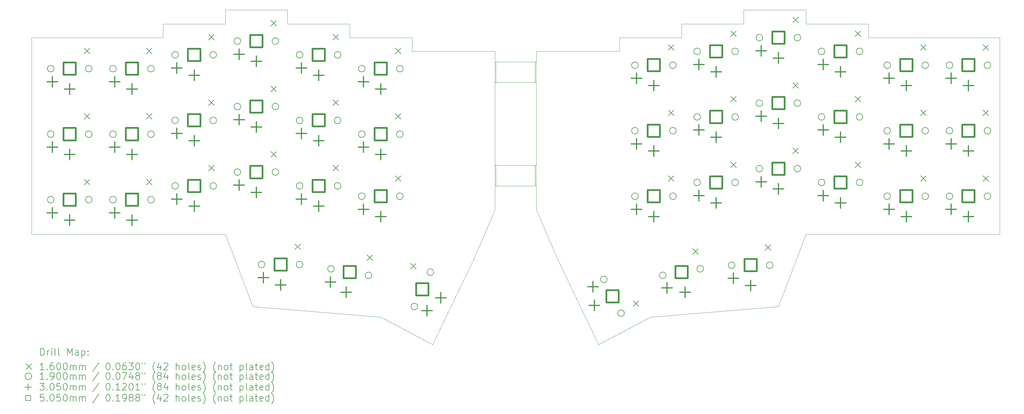
<source format=gbr>
%TF.GenerationSoftware,KiCad,Pcbnew,(6.0.9)*%
%TF.CreationDate,2023-05-23T12:27:55-07:00*%
%TF.ProjectId,Keycad_fun,4b657963-6164-45f6-9675-6e2e6b696361,rev?*%
%TF.SameCoordinates,Original*%
%TF.FileFunction,Drillmap*%
%TF.FilePolarity,Positive*%
%FSLAX45Y45*%
G04 Gerber Fmt 4.5, Leading zero omitted, Abs format (unit mm)*
G04 Created by KiCad (PCBNEW (6.0.9)) date 2023-05-23 12:27:55*
%MOMM*%
%LPD*%
G01*
G04 APERTURE LIST*
%ADD10C,0.050000*%
%ADD11C,0.200000*%
%ADD12C,0.160000*%
%ADD13C,0.190000*%
%ADD14C,0.305000*%
%ADD15C,0.505000*%
G04 APERTURE END LIST*
D10*
X10400000Y-12800000D02*
X9600000Y-10700000D01*
X17400000Y-10000000D02*
X16800000Y-11400000D01*
X21000000Y-5000000D02*
X21000000Y-5400000D01*
X18600000Y-9700000D02*
X18600000Y-9900000D01*
X19200000Y-11400000D02*
X20400000Y-13900000D01*
X19200000Y-5400000D02*
X18900000Y-5400000D01*
X20400000Y-13900000D02*
X21900000Y-13100000D01*
X18600000Y-9900000D02*
X18600000Y-10000000D01*
X21000000Y-5400000D02*
X19200000Y-5400000D01*
X28200000Y-4600000D02*
X26400000Y-4600000D01*
X26400000Y-4200000D02*
X24600000Y-4200000D01*
X22800000Y-4600000D02*
X22800000Y-5000000D01*
X28200000Y-5000000D02*
X28200000Y-4600000D01*
X18600000Y-10000000D02*
X19200000Y-11400000D01*
X25600000Y-12800000D02*
X26400000Y-10700000D01*
X21900000Y-13100000D02*
X25600000Y-12800000D01*
X26400000Y-4600000D02*
X26400000Y-4200000D01*
X24600000Y-4600000D02*
X22800000Y-4600000D01*
X24600000Y-4200000D02*
X24600000Y-4600000D01*
X18800000Y-5400000D02*
X18600000Y-5400000D01*
X18900000Y-5400000D02*
X18800000Y-5400000D01*
X17200000Y-5400000D02*
X17400000Y-5400000D01*
X16800000Y-5400000D02*
X17100000Y-5400000D01*
X18600000Y-9090000D02*
G75*
G03*
X18600000Y-9090000I-20000J0D01*
G01*
X18600000Y-5790000D02*
G75*
G03*
X18600000Y-5790000I-20000J0D01*
G01*
X18600000Y-9270000D02*
G75*
G03*
X18600000Y-9270000I-20000J0D01*
G01*
X17440000Y-5850000D02*
G75*
G03*
X17440000Y-5850000I-20000J0D01*
G01*
X6700000Y-5000000D02*
X7300000Y-5000000D01*
X9600000Y-4200000D02*
X11400000Y-4200000D01*
X7300000Y-5000000D02*
X7800000Y-5000000D01*
X4000000Y-9700000D02*
X4000000Y-10200000D01*
X13200000Y-4600000D02*
X13200000Y-5000000D01*
X17440000Y-8910000D02*
G75*
G03*
X17440000Y-8910000I-20000J0D01*
G01*
X21000000Y-5000000D02*
X21700000Y-5000000D01*
X22300000Y-5000000D02*
X22800000Y-5000000D01*
X4000000Y-5700000D02*
X4000000Y-5000000D01*
X17400000Y-5700000D02*
X18600000Y-5700000D01*
X17400000Y-9900000D02*
X17400000Y-10000000D01*
X32000000Y-9700000D02*
X32000000Y-6300000D01*
X17400000Y-8700000D02*
X17400000Y-6300000D01*
X13200000Y-5000000D02*
X13700000Y-5000000D01*
X17440000Y-9090000D02*
G75*
G03*
X17440000Y-9090000I-20000J0D01*
G01*
X18600000Y-5730000D02*
G75*
G03*
X18600000Y-5730000I-20000J0D01*
G01*
X18600000Y-8790000D02*
G75*
G03*
X18600000Y-8790000I-20000J0D01*
G01*
X4000000Y-5700000D02*
X4000000Y-6300000D01*
X6700000Y-5000000D02*
X5800000Y-5000000D01*
X18600000Y-6090000D02*
G75*
G03*
X18600000Y-6090000I-20000J0D01*
G01*
X17440000Y-5730000D02*
G75*
G03*
X17440000Y-5730000I-20000J0D01*
G01*
X15600000Y-13900000D02*
X14100000Y-13100000D01*
X17400000Y-9700000D02*
X17400000Y-9900000D01*
X15000000Y-5400000D02*
X16800000Y-5400000D01*
X18600000Y-9210000D02*
G75*
G03*
X18600000Y-9210000I-20000J0D01*
G01*
X18600000Y-8700000D02*
X17400000Y-8700000D01*
X17440000Y-9030000D02*
G75*
G03*
X17440000Y-9030000I-20000J0D01*
G01*
X21700000Y-5000000D02*
X22300000Y-5000000D01*
X17440000Y-8970000D02*
G75*
G03*
X17440000Y-8970000I-20000J0D01*
G01*
X17400000Y-5400000D02*
X17400000Y-5700000D01*
X17440000Y-6150000D02*
G75*
G03*
X17440000Y-6150000I-20000J0D01*
G01*
X4000000Y-9700000D02*
X4000000Y-6300000D01*
X4000000Y-5000000D02*
X5800000Y-5000000D01*
X18600000Y-6270000D02*
G75*
G03*
X18600000Y-6270000I-20000J0D01*
G01*
X17440000Y-9210000D02*
G75*
G03*
X17440000Y-9210000I-20000J0D01*
G01*
X18600000Y-6210000D02*
G75*
G03*
X18600000Y-6210000I-20000J0D01*
G01*
X17400000Y-9700000D02*
X17400000Y-9300000D01*
X29300000Y-5000000D02*
X32000000Y-5000000D01*
X29300000Y-10700000D02*
X32000000Y-10700000D01*
X18600000Y-6150000D02*
G75*
G03*
X18600000Y-6150000I-20000J0D01*
G01*
X14100000Y-13100000D02*
X10400000Y-12800000D01*
X11400000Y-4600000D02*
X13200000Y-4600000D01*
X18600000Y-5400000D02*
X18600000Y-5700000D01*
X18600000Y-5850000D02*
G75*
G03*
X18600000Y-5850000I-20000J0D01*
G01*
X18600000Y-6030000D02*
G75*
G03*
X18600000Y-6030000I-20000J0D01*
G01*
X32000000Y-10300000D02*
X32000000Y-10700000D01*
X28700000Y-5000000D02*
X29300000Y-5000000D01*
X28200000Y-5000000D02*
X28700000Y-5000000D01*
X18600000Y-5910000D02*
G75*
G03*
X18600000Y-5910000I-20000J0D01*
G01*
X17440000Y-5970000D02*
G75*
G03*
X17440000Y-5970000I-20000J0D01*
G01*
X17440000Y-9270000D02*
G75*
G03*
X17440000Y-9270000I-20000J0D01*
G01*
X13700000Y-5000000D02*
X14300000Y-5000000D01*
X9600000Y-4600000D02*
X9600000Y-4200000D01*
X18600000Y-8730000D02*
G75*
G03*
X18600000Y-8730000I-20000J0D01*
G01*
X18600000Y-6300000D02*
X17400000Y-6300000D01*
X17440000Y-6090000D02*
G75*
G03*
X17440000Y-6090000I-20000J0D01*
G01*
X18600000Y-9700000D02*
X18600000Y-9300000D01*
X7300000Y-10700000D02*
X9600000Y-10700000D01*
X7800000Y-5000000D02*
X7800000Y-4600000D01*
X17440000Y-6030000D02*
G75*
G03*
X17440000Y-6030000I-20000J0D01*
G01*
X32000000Y-6300000D02*
X32000000Y-5700000D01*
X17100000Y-5400000D02*
X17200000Y-5400000D01*
X4000000Y-10700000D02*
X6700000Y-10700000D01*
X6700000Y-10700000D02*
X7300000Y-10700000D01*
X18600000Y-9150000D02*
G75*
G03*
X18600000Y-9150000I-20000J0D01*
G01*
X32000000Y-5700000D02*
X32000000Y-5000000D01*
X14300000Y-5000000D02*
X15000000Y-5000000D01*
X26400000Y-10700000D02*
X28700000Y-10700000D01*
X17440000Y-8850000D02*
G75*
G03*
X17440000Y-8850000I-20000J0D01*
G01*
X17440000Y-5790000D02*
G75*
G03*
X17440000Y-5790000I-20000J0D01*
G01*
X7800000Y-4600000D02*
X9600000Y-4600000D01*
X18600000Y-5970000D02*
G75*
G03*
X18600000Y-5970000I-20000J0D01*
G01*
X32000000Y-10300000D02*
X32000000Y-9700000D01*
X17440000Y-8790000D02*
G75*
G03*
X17440000Y-8790000I-20000J0D01*
G01*
X16800000Y-11400000D02*
X15600000Y-13900000D01*
X17440000Y-5910000D02*
G75*
G03*
X17440000Y-5910000I-20000J0D01*
G01*
X17440000Y-8730000D02*
G75*
G03*
X17440000Y-8730000I-20000J0D01*
G01*
X4000000Y-10200000D02*
X4000000Y-10700000D01*
X28700000Y-10700000D02*
X29300000Y-10700000D01*
X18600000Y-8970000D02*
G75*
G03*
X18600000Y-8970000I-20000J0D01*
G01*
X18600000Y-8850000D02*
G75*
G03*
X18600000Y-8850000I-20000J0D01*
G01*
X18600000Y-9030000D02*
G75*
G03*
X18600000Y-9030000I-20000J0D01*
G01*
X17400000Y-9300000D02*
X18600000Y-9300000D01*
X18600000Y-6300000D02*
X18600000Y-8700000D01*
X18600000Y-8910000D02*
G75*
G03*
X18600000Y-8910000I-20000J0D01*
G01*
X11400000Y-4200000D02*
X11400000Y-4600000D01*
X15000000Y-5000000D02*
X15000000Y-5400000D01*
X17440000Y-6270000D02*
G75*
G03*
X17440000Y-6270000I-20000J0D01*
G01*
X17440000Y-6210000D02*
G75*
G03*
X17440000Y-6210000I-20000J0D01*
G01*
X17440000Y-9150000D02*
G75*
G03*
X17440000Y-9150000I-20000J0D01*
G01*
D11*
D12*
X5520000Y-5305000D02*
X5680000Y-5465000D01*
X5680000Y-5305000D02*
X5520000Y-5465000D01*
X5520000Y-7205000D02*
X5680000Y-7365000D01*
X5680000Y-7205000D02*
X5520000Y-7365000D01*
X5520000Y-9105000D02*
X5680000Y-9265000D01*
X5680000Y-9105000D02*
X5520000Y-9265000D01*
X7320000Y-5305000D02*
X7480000Y-5465000D01*
X7480000Y-5305000D02*
X7320000Y-5465000D01*
X7320000Y-7205000D02*
X7480000Y-7365000D01*
X7480000Y-7205000D02*
X7320000Y-7365000D01*
X7320000Y-9105000D02*
X7480000Y-9265000D01*
X7480000Y-9105000D02*
X7320000Y-9265000D01*
X9120000Y-4905000D02*
X9280000Y-5065000D01*
X9280000Y-4905000D02*
X9120000Y-5065000D01*
X9120000Y-6805000D02*
X9280000Y-6965000D01*
X9280000Y-6805000D02*
X9120000Y-6965000D01*
X9120000Y-8705000D02*
X9280000Y-8865000D01*
X9280000Y-8705000D02*
X9120000Y-8865000D01*
X10920000Y-4505000D02*
X11080000Y-4665000D01*
X11080000Y-4505000D02*
X10920000Y-4665000D01*
X10920000Y-6405000D02*
X11080000Y-6565000D01*
X11080000Y-6405000D02*
X10920000Y-6565000D01*
X10920000Y-8305000D02*
X11080000Y-8465000D01*
X11080000Y-8305000D02*
X10920000Y-8465000D01*
X11620000Y-10984000D02*
X11780000Y-11144000D01*
X11780000Y-10984000D02*
X11620000Y-11144000D01*
X12720000Y-4905000D02*
X12880000Y-5065000D01*
X12880000Y-4905000D02*
X12720000Y-5065000D01*
X12720000Y-6805000D02*
X12880000Y-6965000D01*
X12880000Y-6805000D02*
X12720000Y-6965000D01*
X12720000Y-8705000D02*
X12880000Y-8865000D01*
X12880000Y-8705000D02*
X12720000Y-8865000D01*
X13701833Y-11299648D02*
X13861833Y-11459648D01*
X13861833Y-11299648D02*
X13701833Y-11459648D01*
X14520000Y-5305000D02*
X14680000Y-5465000D01*
X14680000Y-5305000D02*
X14520000Y-5465000D01*
X14520000Y-7205000D02*
X14680000Y-7365000D01*
X14680000Y-7205000D02*
X14520000Y-7365000D01*
X14520000Y-9005000D02*
X14680000Y-9165000D01*
X14680000Y-9005000D02*
X14520000Y-9165000D01*
X14964561Y-11549198D02*
X15124561Y-11709198D01*
X15124561Y-11549198D02*
X14964561Y-11709198D01*
X21405864Y-12631698D02*
X21565864Y-12791698D01*
X21565864Y-12631698D02*
X21405864Y-12791698D01*
X22420000Y-5205000D02*
X22580000Y-5365000D01*
X22580000Y-5205000D02*
X22420000Y-5365000D01*
X22420000Y-7105000D02*
X22580000Y-7265000D01*
X22580000Y-7105000D02*
X22420000Y-7265000D01*
X22420000Y-9005000D02*
X22580000Y-9165000D01*
X22580000Y-9005000D02*
X22420000Y-9165000D01*
X23122975Y-11126000D02*
X23282975Y-11286000D01*
X23282975Y-11126000D02*
X23122975Y-11286000D01*
X24220000Y-4805000D02*
X24380000Y-4965000D01*
X24380000Y-4805000D02*
X24220000Y-4965000D01*
X24220000Y-6705000D02*
X24380000Y-6865000D01*
X24380000Y-6705000D02*
X24220000Y-6865000D01*
X24220000Y-8605000D02*
X24380000Y-8765000D01*
X24380000Y-8605000D02*
X24220000Y-8765000D01*
X25220000Y-11005000D02*
X25380000Y-11165000D01*
X25380000Y-11005000D02*
X25220000Y-11165000D01*
X26020000Y-4405000D02*
X26180000Y-4565000D01*
X26180000Y-4405000D02*
X26020000Y-4565000D01*
X26020000Y-6305000D02*
X26180000Y-6465000D01*
X26180000Y-6305000D02*
X26020000Y-6465000D01*
X26020000Y-8205000D02*
X26180000Y-8365000D01*
X26180000Y-8205000D02*
X26020000Y-8365000D01*
X27820000Y-4805000D02*
X27980000Y-4965000D01*
X27980000Y-4805000D02*
X27820000Y-4965000D01*
X27820000Y-6705000D02*
X27980000Y-6865000D01*
X27980000Y-6705000D02*
X27820000Y-6865000D01*
X27820000Y-8605000D02*
X27980000Y-8765000D01*
X27980000Y-8605000D02*
X27820000Y-8765000D01*
X29720000Y-5205000D02*
X29880000Y-5365000D01*
X29880000Y-5205000D02*
X29720000Y-5365000D01*
X29720000Y-7105000D02*
X29880000Y-7265000D01*
X29880000Y-7105000D02*
X29720000Y-7265000D01*
X29720000Y-9005000D02*
X29880000Y-9165000D01*
X29880000Y-9005000D02*
X29720000Y-9165000D01*
X31520000Y-5205000D02*
X31680000Y-5365000D01*
X31680000Y-5205000D02*
X31520000Y-5365000D01*
X31520000Y-7105000D02*
X31680000Y-7265000D01*
X31680000Y-7105000D02*
X31520000Y-7265000D01*
X31520000Y-9005000D02*
X31680000Y-9165000D01*
X31680000Y-9005000D02*
X31520000Y-9165000D01*
D13*
X4645000Y-5900000D02*
G75*
G03*
X4645000Y-5900000I-95000J0D01*
G01*
X4645000Y-7800000D02*
G75*
G03*
X4645000Y-7800000I-95000J0D01*
G01*
X4645000Y-9700000D02*
G75*
G03*
X4645000Y-9700000I-95000J0D01*
G01*
X5745000Y-5900000D02*
G75*
G03*
X5745000Y-5900000I-95000J0D01*
G01*
X5745000Y-7800000D02*
G75*
G03*
X5745000Y-7800000I-95000J0D01*
G01*
X5745000Y-9700000D02*
G75*
G03*
X5745000Y-9700000I-95000J0D01*
G01*
X6445000Y-5900000D02*
G75*
G03*
X6445000Y-5900000I-95000J0D01*
G01*
X6445000Y-7800000D02*
G75*
G03*
X6445000Y-7800000I-95000J0D01*
G01*
X6445000Y-9700000D02*
G75*
G03*
X6445000Y-9700000I-95000J0D01*
G01*
X7545000Y-5900000D02*
G75*
G03*
X7545000Y-5900000I-95000J0D01*
G01*
X7545000Y-7800000D02*
G75*
G03*
X7545000Y-7800000I-95000J0D01*
G01*
X7545000Y-9700000D02*
G75*
G03*
X7545000Y-9700000I-95000J0D01*
G01*
X8245000Y-5500000D02*
G75*
G03*
X8245000Y-5500000I-95000J0D01*
G01*
X8245000Y-7400000D02*
G75*
G03*
X8245000Y-7400000I-95000J0D01*
G01*
X8245000Y-9300000D02*
G75*
G03*
X8245000Y-9300000I-95000J0D01*
G01*
X9345000Y-5500000D02*
G75*
G03*
X9345000Y-5500000I-95000J0D01*
G01*
X9345000Y-7400000D02*
G75*
G03*
X9345000Y-7400000I-95000J0D01*
G01*
X9345000Y-9300000D02*
G75*
G03*
X9345000Y-9300000I-95000J0D01*
G01*
X10045000Y-5100000D02*
G75*
G03*
X10045000Y-5100000I-95000J0D01*
G01*
X10045000Y-7000000D02*
G75*
G03*
X10045000Y-7000000I-95000J0D01*
G01*
X10045000Y-8900000D02*
G75*
G03*
X10045000Y-8900000I-95000J0D01*
G01*
X10745000Y-11579000D02*
G75*
G03*
X10745000Y-11579000I-95000J0D01*
G01*
X11145000Y-5100000D02*
G75*
G03*
X11145000Y-5100000I-95000J0D01*
G01*
X11145000Y-7000000D02*
G75*
G03*
X11145000Y-7000000I-95000J0D01*
G01*
X11145000Y-8900000D02*
G75*
G03*
X11145000Y-8900000I-95000J0D01*
G01*
X11845000Y-5500000D02*
G75*
G03*
X11845000Y-5500000I-95000J0D01*
G01*
X11845000Y-7400000D02*
G75*
G03*
X11845000Y-7400000I-95000J0D01*
G01*
X11845000Y-9300000D02*
G75*
G03*
X11845000Y-9300000I-95000J0D01*
G01*
X11845000Y-11579000D02*
G75*
G03*
X11845000Y-11579000I-95000J0D01*
G01*
X12753356Y-11704493D02*
G75*
G03*
X12753356Y-11704493I-95000J0D01*
G01*
X12945000Y-5500000D02*
G75*
G03*
X12945000Y-5500000I-95000J0D01*
G01*
X12945000Y-7400000D02*
G75*
G03*
X12945000Y-7400000I-95000J0D01*
G01*
X12945000Y-9300000D02*
G75*
G03*
X12945000Y-9300000I-95000J0D01*
G01*
X13645000Y-5900000D02*
G75*
G03*
X13645000Y-5900000I-95000J0D01*
G01*
X13645000Y-7800000D02*
G75*
G03*
X13645000Y-7800000I-95000J0D01*
G01*
X13645000Y-9600000D02*
G75*
G03*
X13645000Y-9600000I-95000J0D01*
G01*
X13836644Y-11895506D02*
G75*
G03*
X13836644Y-11895506I-95000J0D01*
G01*
X14745000Y-5900000D02*
G75*
G03*
X14745000Y-5900000I-95000J0D01*
G01*
X14745000Y-7800000D02*
G75*
G03*
X14745000Y-7800000I-95000J0D01*
G01*
X14745000Y-9600000D02*
G75*
G03*
X14745000Y-9600000I-95000J0D01*
G01*
X15162560Y-12798469D02*
G75*
G03*
X15162560Y-12798469I-95000J0D01*
G01*
X15627440Y-11801531D02*
G75*
G03*
X15627440Y-11801531I-95000J0D01*
G01*
X20645305Y-12009946D02*
G75*
G03*
X20645305Y-12009946I-95000J0D01*
G01*
X21144695Y-12990054D02*
G75*
G03*
X21144695Y-12990054I-95000J0D01*
G01*
X21545000Y-5800000D02*
G75*
G03*
X21545000Y-5800000I-95000J0D01*
G01*
X21545000Y-7700000D02*
G75*
G03*
X21545000Y-7700000I-95000J0D01*
G01*
X21545000Y-9600000D02*
G75*
G03*
X21545000Y-9600000I-95000J0D01*
G01*
X22353356Y-11895506D02*
G75*
G03*
X22353356Y-11895506I-95000J0D01*
G01*
X22645000Y-5800000D02*
G75*
G03*
X22645000Y-5800000I-95000J0D01*
G01*
X22645000Y-7700000D02*
G75*
G03*
X22645000Y-7700000I-95000J0D01*
G01*
X22645000Y-9600000D02*
G75*
G03*
X22645000Y-9600000I-95000J0D01*
G01*
X23345000Y-5400000D02*
G75*
G03*
X23345000Y-5400000I-95000J0D01*
G01*
X23345000Y-7300000D02*
G75*
G03*
X23345000Y-7300000I-95000J0D01*
G01*
X23345000Y-9200000D02*
G75*
G03*
X23345000Y-9200000I-95000J0D01*
G01*
X23436644Y-11704493D02*
G75*
G03*
X23436644Y-11704493I-95000J0D01*
G01*
X24345000Y-11600000D02*
G75*
G03*
X24345000Y-11600000I-95000J0D01*
G01*
X24445000Y-5400000D02*
G75*
G03*
X24445000Y-5400000I-95000J0D01*
G01*
X24445000Y-7300000D02*
G75*
G03*
X24445000Y-7300000I-95000J0D01*
G01*
X24445000Y-9200000D02*
G75*
G03*
X24445000Y-9200000I-95000J0D01*
G01*
X25145000Y-5000000D02*
G75*
G03*
X25145000Y-5000000I-95000J0D01*
G01*
X25145000Y-6900000D02*
G75*
G03*
X25145000Y-6900000I-95000J0D01*
G01*
X25145000Y-8800000D02*
G75*
G03*
X25145000Y-8800000I-95000J0D01*
G01*
X25445000Y-11600000D02*
G75*
G03*
X25445000Y-11600000I-95000J0D01*
G01*
X26245000Y-5000000D02*
G75*
G03*
X26245000Y-5000000I-95000J0D01*
G01*
X26245000Y-6900000D02*
G75*
G03*
X26245000Y-6900000I-95000J0D01*
G01*
X26245000Y-8800000D02*
G75*
G03*
X26245000Y-8800000I-95000J0D01*
G01*
X26945000Y-5400000D02*
G75*
G03*
X26945000Y-5400000I-95000J0D01*
G01*
X26945000Y-7300000D02*
G75*
G03*
X26945000Y-7300000I-95000J0D01*
G01*
X26945000Y-9200000D02*
G75*
G03*
X26945000Y-9200000I-95000J0D01*
G01*
X28045000Y-5400000D02*
G75*
G03*
X28045000Y-5400000I-95000J0D01*
G01*
X28045000Y-7300000D02*
G75*
G03*
X28045000Y-7300000I-95000J0D01*
G01*
X28045000Y-9200000D02*
G75*
G03*
X28045000Y-9200000I-95000J0D01*
G01*
X28845000Y-5800000D02*
G75*
G03*
X28845000Y-5800000I-95000J0D01*
G01*
X28845000Y-7700000D02*
G75*
G03*
X28845000Y-7700000I-95000J0D01*
G01*
X28845000Y-9600000D02*
G75*
G03*
X28845000Y-9600000I-95000J0D01*
G01*
X29945000Y-5800000D02*
G75*
G03*
X29945000Y-5800000I-95000J0D01*
G01*
X29945000Y-7700000D02*
G75*
G03*
X29945000Y-7700000I-95000J0D01*
G01*
X29945000Y-9600000D02*
G75*
G03*
X29945000Y-9600000I-95000J0D01*
G01*
X30645000Y-5800000D02*
G75*
G03*
X30645000Y-5800000I-95000J0D01*
G01*
X30645000Y-7700000D02*
G75*
G03*
X30645000Y-7700000I-95000J0D01*
G01*
X30645000Y-9600000D02*
G75*
G03*
X30645000Y-9600000I-95000J0D01*
G01*
X31745000Y-5800000D02*
G75*
G03*
X31745000Y-5800000I-95000J0D01*
G01*
X31745000Y-7700000D02*
G75*
G03*
X31745000Y-7700000I-95000J0D01*
G01*
X31745000Y-9600000D02*
G75*
G03*
X31745000Y-9600000I-95000J0D01*
G01*
D14*
X4600000Y-6127500D02*
X4600000Y-6432500D01*
X4447500Y-6280000D02*
X4752500Y-6280000D01*
X4600000Y-8027500D02*
X4600000Y-8332500D01*
X4447500Y-8180000D02*
X4752500Y-8180000D01*
X4600000Y-9927500D02*
X4600000Y-10232500D01*
X4447500Y-10080000D02*
X4752500Y-10080000D01*
X5100000Y-6337500D02*
X5100000Y-6642500D01*
X4947500Y-6490000D02*
X5252500Y-6490000D01*
X5100000Y-8237500D02*
X5100000Y-8542500D01*
X4947500Y-8390000D02*
X5252500Y-8390000D01*
X5100000Y-10137500D02*
X5100000Y-10442500D01*
X4947500Y-10290000D02*
X5252500Y-10290000D01*
X6400000Y-6127500D02*
X6400000Y-6432500D01*
X6247500Y-6280000D02*
X6552500Y-6280000D01*
X6400000Y-8027500D02*
X6400000Y-8332500D01*
X6247500Y-8180000D02*
X6552500Y-8180000D01*
X6400000Y-9927500D02*
X6400000Y-10232500D01*
X6247500Y-10080000D02*
X6552500Y-10080000D01*
X6900000Y-6337500D02*
X6900000Y-6642500D01*
X6747500Y-6490000D02*
X7052500Y-6490000D01*
X6900000Y-8237500D02*
X6900000Y-8542500D01*
X6747500Y-8390000D02*
X7052500Y-8390000D01*
X6900000Y-10137500D02*
X6900000Y-10442500D01*
X6747500Y-10290000D02*
X7052500Y-10290000D01*
X8200000Y-5727500D02*
X8200000Y-6032500D01*
X8047500Y-5880000D02*
X8352500Y-5880000D01*
X8200000Y-7627500D02*
X8200000Y-7932500D01*
X8047500Y-7780000D02*
X8352500Y-7780000D01*
X8200000Y-9527500D02*
X8200000Y-9832500D01*
X8047500Y-9680000D02*
X8352500Y-9680000D01*
X8700000Y-5937500D02*
X8700000Y-6242500D01*
X8547500Y-6090000D02*
X8852500Y-6090000D01*
X8700000Y-7837500D02*
X8700000Y-8142500D01*
X8547500Y-7990000D02*
X8852500Y-7990000D01*
X8700000Y-9737500D02*
X8700000Y-10042500D01*
X8547500Y-9890000D02*
X8852500Y-9890000D01*
X10000000Y-5327500D02*
X10000000Y-5632500D01*
X9847500Y-5480000D02*
X10152500Y-5480000D01*
X10000000Y-7227500D02*
X10000000Y-7532500D01*
X9847500Y-7380000D02*
X10152500Y-7380000D01*
X10000000Y-9127500D02*
X10000000Y-9432500D01*
X9847500Y-9280000D02*
X10152500Y-9280000D01*
X10500000Y-5537500D02*
X10500000Y-5842500D01*
X10347500Y-5690000D02*
X10652500Y-5690000D01*
X10500000Y-7437500D02*
X10500000Y-7742500D01*
X10347500Y-7590000D02*
X10652500Y-7590000D01*
X10500000Y-9337500D02*
X10500000Y-9642500D01*
X10347500Y-9490000D02*
X10652500Y-9490000D01*
X10700000Y-11806500D02*
X10700000Y-12111500D01*
X10547500Y-11959000D02*
X10852500Y-11959000D01*
X11200000Y-12016500D02*
X11200000Y-12321500D01*
X11047500Y-12169000D02*
X11352500Y-12169000D01*
X11800000Y-5727500D02*
X11800000Y-6032500D01*
X11647500Y-5880000D02*
X11952500Y-5880000D01*
X11800000Y-7627500D02*
X11800000Y-7932500D01*
X11647500Y-7780000D02*
X11952500Y-7780000D01*
X11800000Y-9527500D02*
X11800000Y-9832500D01*
X11647500Y-9680000D02*
X11952500Y-9680000D01*
X12300000Y-5937500D02*
X12300000Y-6242500D01*
X12147500Y-6090000D02*
X12452500Y-6090000D01*
X12300000Y-7837500D02*
X12300000Y-8142500D01*
X12147500Y-7990000D02*
X12452500Y-7990000D01*
X12300000Y-9737500D02*
X12300000Y-10042500D01*
X12147500Y-9890000D02*
X12452500Y-9890000D01*
X12641610Y-11934903D02*
X12641610Y-12239903D01*
X12489110Y-12087403D02*
X12794110Y-12087403D01*
X13097548Y-12228537D02*
X13097548Y-12533537D01*
X12945048Y-12381037D02*
X13250048Y-12381037D01*
X13600000Y-6127500D02*
X13600000Y-6432500D01*
X13447500Y-6280000D02*
X13752500Y-6280000D01*
X13600000Y-8027500D02*
X13600000Y-8332500D01*
X13447500Y-8180000D02*
X13752500Y-8180000D01*
X13600000Y-9827500D02*
X13600000Y-10132500D01*
X13447500Y-9980000D02*
X13752500Y-9980000D01*
X14100000Y-6337500D02*
X14100000Y-6642500D01*
X13947500Y-6490000D02*
X14252500Y-6490000D01*
X14100000Y-8237500D02*
X14100000Y-8542500D01*
X13947500Y-8390000D02*
X14252500Y-8390000D01*
X14100000Y-10037500D02*
X14100000Y-10342500D01*
X13947500Y-10190000D02*
X14252500Y-10190000D01*
X15433088Y-12761249D02*
X15433088Y-13066249D01*
X15280588Y-12913749D02*
X15585588Y-12913749D01*
X15834722Y-12396845D02*
X15834722Y-12701845D01*
X15682222Y-12549345D02*
X15987222Y-12549345D01*
X20234422Y-12074513D02*
X20234422Y-12379513D01*
X20081922Y-12227013D02*
X20386922Y-12227013D01*
X20274306Y-12615354D02*
X20274306Y-12920354D01*
X20121806Y-12767854D02*
X20426806Y-12767854D01*
X21500000Y-6027500D02*
X21500000Y-6332500D01*
X21347500Y-6180000D02*
X21652500Y-6180000D01*
X21500000Y-7927500D02*
X21500000Y-8232500D01*
X21347500Y-8080000D02*
X21652500Y-8080000D01*
X21500000Y-9827500D02*
X21500000Y-10132500D01*
X21347500Y-9980000D02*
X21652500Y-9980000D01*
X22000000Y-6237500D02*
X22000000Y-6542500D01*
X21847500Y-6390000D02*
X22152500Y-6390000D01*
X22000000Y-8137500D02*
X22000000Y-8442500D01*
X21847500Y-8290000D02*
X22152500Y-8290000D01*
X22000000Y-10037500D02*
X22000000Y-10342500D01*
X21847500Y-10190000D02*
X22152500Y-10190000D01*
X22373582Y-12108551D02*
X22373582Y-12413551D01*
X22221082Y-12261051D02*
X22526082Y-12261051D01*
X22902452Y-12228537D02*
X22902452Y-12533537D01*
X22749952Y-12381037D02*
X23054952Y-12381037D01*
X23300000Y-5627500D02*
X23300000Y-5932500D01*
X23147500Y-5780000D02*
X23452500Y-5780000D01*
X23300000Y-7527500D02*
X23300000Y-7832500D01*
X23147500Y-7680000D02*
X23452500Y-7680000D01*
X23300000Y-9427500D02*
X23300000Y-9732500D01*
X23147500Y-9580000D02*
X23452500Y-9580000D01*
X23800000Y-5837500D02*
X23800000Y-6142500D01*
X23647500Y-5990000D02*
X23952500Y-5990000D01*
X23800000Y-7737500D02*
X23800000Y-8042500D01*
X23647500Y-7890000D02*
X23952500Y-7890000D01*
X23800000Y-9637500D02*
X23800000Y-9942500D01*
X23647500Y-9790000D02*
X23952500Y-9790000D01*
X24300000Y-11827500D02*
X24300000Y-12132500D01*
X24147500Y-11980000D02*
X24452500Y-11980000D01*
X24800000Y-12037500D02*
X24800000Y-12342500D01*
X24647500Y-12190000D02*
X24952500Y-12190000D01*
X25100000Y-5227500D02*
X25100000Y-5532500D01*
X24947500Y-5380000D02*
X25252500Y-5380000D01*
X25100000Y-7127500D02*
X25100000Y-7432500D01*
X24947500Y-7280000D02*
X25252500Y-7280000D01*
X25100000Y-9027500D02*
X25100000Y-9332500D01*
X24947500Y-9180000D02*
X25252500Y-9180000D01*
X25600000Y-5437500D02*
X25600000Y-5742500D01*
X25447500Y-5590000D02*
X25752500Y-5590000D01*
X25600000Y-7337500D02*
X25600000Y-7642500D01*
X25447500Y-7490000D02*
X25752500Y-7490000D01*
X25600000Y-9237500D02*
X25600000Y-9542500D01*
X25447500Y-9390000D02*
X25752500Y-9390000D01*
X26900000Y-5627500D02*
X26900000Y-5932500D01*
X26747500Y-5780000D02*
X27052500Y-5780000D01*
X26900000Y-7527500D02*
X26900000Y-7832500D01*
X26747500Y-7680000D02*
X27052500Y-7680000D01*
X26900000Y-9427500D02*
X26900000Y-9732500D01*
X26747500Y-9580000D02*
X27052500Y-9580000D01*
X27400000Y-5837500D02*
X27400000Y-6142500D01*
X27247500Y-5990000D02*
X27552500Y-5990000D01*
X27400000Y-7737500D02*
X27400000Y-8042500D01*
X27247500Y-7890000D02*
X27552500Y-7890000D01*
X27400000Y-9637500D02*
X27400000Y-9942500D01*
X27247500Y-9790000D02*
X27552500Y-9790000D01*
X28800000Y-6027500D02*
X28800000Y-6332500D01*
X28647500Y-6180000D02*
X28952500Y-6180000D01*
X28800000Y-7927500D02*
X28800000Y-8232500D01*
X28647500Y-8080000D02*
X28952500Y-8080000D01*
X28800000Y-9827500D02*
X28800000Y-10132500D01*
X28647500Y-9980000D02*
X28952500Y-9980000D01*
X29300000Y-6237500D02*
X29300000Y-6542500D01*
X29147500Y-6390000D02*
X29452500Y-6390000D01*
X29300000Y-8137500D02*
X29300000Y-8442500D01*
X29147500Y-8290000D02*
X29452500Y-8290000D01*
X29300000Y-10037500D02*
X29300000Y-10342500D01*
X29147500Y-10190000D02*
X29452500Y-10190000D01*
X30600000Y-6027500D02*
X30600000Y-6332500D01*
X30447500Y-6180000D02*
X30752500Y-6180000D01*
X30600000Y-7927500D02*
X30600000Y-8232500D01*
X30447500Y-8080000D02*
X30752500Y-8080000D01*
X30600000Y-9827500D02*
X30600000Y-10132500D01*
X30447500Y-9980000D02*
X30752500Y-9980000D01*
X31100000Y-6237500D02*
X31100000Y-6542500D01*
X30947500Y-6390000D02*
X31252500Y-6390000D01*
X31100000Y-8137500D02*
X31100000Y-8442500D01*
X30947500Y-8290000D02*
X31252500Y-8290000D01*
X31100000Y-10037500D02*
X31100000Y-10342500D01*
X30947500Y-10190000D02*
X31252500Y-10190000D01*
D15*
X5278546Y-6078546D02*
X5278546Y-5721454D01*
X4921454Y-5721454D01*
X4921454Y-6078546D01*
X5278546Y-6078546D01*
X5278546Y-7978546D02*
X5278546Y-7621454D01*
X4921454Y-7621454D01*
X4921454Y-7978546D01*
X5278546Y-7978546D01*
X5278546Y-9878546D02*
X5278546Y-9521454D01*
X4921454Y-9521454D01*
X4921454Y-9878546D01*
X5278546Y-9878546D01*
X7078546Y-6078546D02*
X7078546Y-5721454D01*
X6721454Y-5721454D01*
X6721454Y-6078546D01*
X7078546Y-6078546D01*
X7078546Y-7978546D02*
X7078546Y-7621454D01*
X6721454Y-7621454D01*
X6721454Y-7978546D01*
X7078546Y-7978546D01*
X7078546Y-9878546D02*
X7078546Y-9521454D01*
X6721454Y-9521454D01*
X6721454Y-9878546D01*
X7078546Y-9878546D01*
X8878546Y-5678546D02*
X8878546Y-5321454D01*
X8521454Y-5321454D01*
X8521454Y-5678546D01*
X8878546Y-5678546D01*
X8878546Y-7578546D02*
X8878546Y-7221454D01*
X8521454Y-7221454D01*
X8521454Y-7578546D01*
X8878546Y-7578546D01*
X8878546Y-9478546D02*
X8878546Y-9121454D01*
X8521454Y-9121454D01*
X8521454Y-9478546D01*
X8878546Y-9478546D01*
X10678546Y-5278546D02*
X10678546Y-4921454D01*
X10321454Y-4921454D01*
X10321454Y-5278546D01*
X10678546Y-5278546D01*
X10678546Y-7178546D02*
X10678546Y-6821454D01*
X10321454Y-6821454D01*
X10321454Y-7178546D01*
X10678546Y-7178546D01*
X10678546Y-9078546D02*
X10678546Y-8721454D01*
X10321454Y-8721454D01*
X10321454Y-9078546D01*
X10678546Y-9078546D01*
X11378546Y-11757546D02*
X11378546Y-11400454D01*
X11021454Y-11400454D01*
X11021454Y-11757546D01*
X11378546Y-11757546D01*
X12478546Y-5678546D02*
X12478546Y-5321454D01*
X12121454Y-5321454D01*
X12121454Y-5678546D01*
X12478546Y-5678546D01*
X12478546Y-7578546D02*
X12478546Y-7221454D01*
X12121454Y-7221454D01*
X12121454Y-7578546D01*
X12478546Y-7578546D01*
X12478546Y-9478546D02*
X12478546Y-9121454D01*
X12121454Y-9121454D01*
X12121454Y-9478546D01*
X12478546Y-9478546D01*
X13378546Y-11978546D02*
X13378546Y-11621454D01*
X13021454Y-11621454D01*
X13021454Y-11978546D01*
X13378546Y-11978546D01*
X14278546Y-6078546D02*
X14278546Y-5721454D01*
X13921454Y-5721454D01*
X13921454Y-6078546D01*
X14278546Y-6078546D01*
X14278546Y-7978546D02*
X14278546Y-7621454D01*
X13921454Y-7621454D01*
X13921454Y-7978546D01*
X14278546Y-7978546D01*
X14278546Y-9778546D02*
X14278546Y-9421454D01*
X13921454Y-9421454D01*
X13921454Y-9778546D01*
X14278546Y-9778546D01*
X15478546Y-12478546D02*
X15478546Y-12121454D01*
X15121454Y-12121454D01*
X15121454Y-12478546D01*
X15478546Y-12478546D01*
X20978546Y-12678546D02*
X20978546Y-12321454D01*
X20621454Y-12321454D01*
X20621454Y-12678546D01*
X20978546Y-12678546D01*
X22178546Y-5978546D02*
X22178546Y-5621454D01*
X21821454Y-5621454D01*
X21821454Y-5978546D01*
X22178546Y-5978546D01*
X22178546Y-7878546D02*
X22178546Y-7521454D01*
X21821454Y-7521454D01*
X21821454Y-7878546D01*
X22178546Y-7878546D01*
X22178546Y-9778546D02*
X22178546Y-9421454D01*
X21821454Y-9421454D01*
X21821454Y-9778546D01*
X22178546Y-9778546D01*
X22978546Y-11978546D02*
X22978546Y-11621454D01*
X22621454Y-11621454D01*
X22621454Y-11978546D01*
X22978546Y-11978546D01*
X23978546Y-5578546D02*
X23978546Y-5221454D01*
X23621454Y-5221454D01*
X23621454Y-5578546D01*
X23978546Y-5578546D01*
X23978546Y-7478546D02*
X23978546Y-7121454D01*
X23621454Y-7121454D01*
X23621454Y-7478546D01*
X23978546Y-7478546D01*
X23978546Y-9378546D02*
X23978546Y-9021454D01*
X23621454Y-9021454D01*
X23621454Y-9378546D01*
X23978546Y-9378546D01*
X24978546Y-11778546D02*
X24978546Y-11421454D01*
X24621454Y-11421454D01*
X24621454Y-11778546D01*
X24978546Y-11778546D01*
X25778546Y-5178546D02*
X25778546Y-4821454D01*
X25421454Y-4821454D01*
X25421454Y-5178546D01*
X25778546Y-5178546D01*
X25778546Y-7078546D02*
X25778546Y-6721454D01*
X25421454Y-6721454D01*
X25421454Y-7078546D01*
X25778546Y-7078546D01*
X25778546Y-8978546D02*
X25778546Y-8621454D01*
X25421454Y-8621454D01*
X25421454Y-8978546D01*
X25778546Y-8978546D01*
X27578546Y-5578546D02*
X27578546Y-5221454D01*
X27221454Y-5221454D01*
X27221454Y-5578546D01*
X27578546Y-5578546D01*
X27578546Y-7478546D02*
X27578546Y-7121454D01*
X27221454Y-7121454D01*
X27221454Y-7478546D01*
X27578546Y-7478546D01*
X27578546Y-9378546D02*
X27578546Y-9021454D01*
X27221454Y-9021454D01*
X27221454Y-9378546D01*
X27578546Y-9378546D01*
X29478546Y-5978546D02*
X29478546Y-5621454D01*
X29121454Y-5621454D01*
X29121454Y-5978546D01*
X29478546Y-5978546D01*
X29478546Y-7878546D02*
X29478546Y-7521454D01*
X29121454Y-7521454D01*
X29121454Y-7878546D01*
X29478546Y-7878546D01*
X29478546Y-9778546D02*
X29478546Y-9421454D01*
X29121454Y-9421454D01*
X29121454Y-9778546D01*
X29478546Y-9778546D01*
X31278546Y-5978546D02*
X31278546Y-5621454D01*
X30921454Y-5621454D01*
X30921454Y-5978546D01*
X31278546Y-5978546D01*
X31278546Y-7878546D02*
X31278546Y-7521454D01*
X30921454Y-7521454D01*
X30921454Y-7878546D01*
X31278546Y-7878546D01*
X31278546Y-9778546D02*
X31278546Y-9421454D01*
X30921454Y-9421454D01*
X30921454Y-9778546D01*
X31278546Y-9778546D01*
D11*
X4255119Y-14212976D02*
X4255119Y-14012976D01*
X4302738Y-14012976D01*
X4331310Y-14022500D01*
X4350357Y-14041548D01*
X4359881Y-14060595D01*
X4369405Y-14098690D01*
X4369405Y-14127262D01*
X4359881Y-14165357D01*
X4350357Y-14184405D01*
X4331310Y-14203452D01*
X4302738Y-14212976D01*
X4255119Y-14212976D01*
X4455119Y-14212976D02*
X4455119Y-14079643D01*
X4455119Y-14117738D02*
X4464643Y-14098690D01*
X4474167Y-14089167D01*
X4493214Y-14079643D01*
X4512262Y-14079643D01*
X4578929Y-14212976D02*
X4578929Y-14079643D01*
X4578929Y-14012976D02*
X4569405Y-14022500D01*
X4578929Y-14032024D01*
X4588452Y-14022500D01*
X4578929Y-14012976D01*
X4578929Y-14032024D01*
X4702738Y-14212976D02*
X4683690Y-14203452D01*
X4674167Y-14184405D01*
X4674167Y-14012976D01*
X4807500Y-14212976D02*
X4788452Y-14203452D01*
X4778929Y-14184405D01*
X4778929Y-14012976D01*
X5036071Y-14212976D02*
X5036071Y-14012976D01*
X5102738Y-14155833D01*
X5169405Y-14012976D01*
X5169405Y-14212976D01*
X5350357Y-14212976D02*
X5350357Y-14108214D01*
X5340833Y-14089167D01*
X5321786Y-14079643D01*
X5283690Y-14079643D01*
X5264643Y-14089167D01*
X5350357Y-14203452D02*
X5331310Y-14212976D01*
X5283690Y-14212976D01*
X5264643Y-14203452D01*
X5255119Y-14184405D01*
X5255119Y-14165357D01*
X5264643Y-14146309D01*
X5283690Y-14136786D01*
X5331310Y-14136786D01*
X5350357Y-14127262D01*
X5445595Y-14079643D02*
X5445595Y-14279643D01*
X5445595Y-14089167D02*
X5464643Y-14079643D01*
X5502738Y-14079643D01*
X5521786Y-14089167D01*
X5531310Y-14098690D01*
X5540833Y-14117738D01*
X5540833Y-14174881D01*
X5531310Y-14193928D01*
X5521786Y-14203452D01*
X5502738Y-14212976D01*
X5464643Y-14212976D01*
X5445595Y-14203452D01*
X5626548Y-14193928D02*
X5636071Y-14203452D01*
X5626548Y-14212976D01*
X5617024Y-14203452D01*
X5626548Y-14193928D01*
X5626548Y-14212976D01*
X5626548Y-14089167D02*
X5636071Y-14098690D01*
X5626548Y-14108214D01*
X5617024Y-14098690D01*
X5626548Y-14089167D01*
X5626548Y-14108214D01*
D12*
X3837500Y-14462500D02*
X3997500Y-14622500D01*
X3997500Y-14462500D02*
X3837500Y-14622500D01*
D11*
X4359881Y-14632976D02*
X4245595Y-14632976D01*
X4302738Y-14632976D02*
X4302738Y-14432976D01*
X4283690Y-14461548D01*
X4264643Y-14480595D01*
X4245595Y-14490119D01*
X4445595Y-14613928D02*
X4455119Y-14623452D01*
X4445595Y-14632976D01*
X4436071Y-14623452D01*
X4445595Y-14613928D01*
X4445595Y-14632976D01*
X4626548Y-14432976D02*
X4588452Y-14432976D01*
X4569405Y-14442500D01*
X4559881Y-14452024D01*
X4540833Y-14480595D01*
X4531310Y-14518690D01*
X4531310Y-14594881D01*
X4540833Y-14613928D01*
X4550357Y-14623452D01*
X4569405Y-14632976D01*
X4607500Y-14632976D01*
X4626548Y-14623452D01*
X4636071Y-14613928D01*
X4645595Y-14594881D01*
X4645595Y-14547262D01*
X4636071Y-14528214D01*
X4626548Y-14518690D01*
X4607500Y-14509167D01*
X4569405Y-14509167D01*
X4550357Y-14518690D01*
X4540833Y-14528214D01*
X4531310Y-14547262D01*
X4769405Y-14432976D02*
X4788452Y-14432976D01*
X4807500Y-14442500D01*
X4817024Y-14452024D01*
X4826548Y-14471071D01*
X4836071Y-14509167D01*
X4836071Y-14556786D01*
X4826548Y-14594881D01*
X4817024Y-14613928D01*
X4807500Y-14623452D01*
X4788452Y-14632976D01*
X4769405Y-14632976D01*
X4750357Y-14623452D01*
X4740833Y-14613928D01*
X4731310Y-14594881D01*
X4721786Y-14556786D01*
X4721786Y-14509167D01*
X4731310Y-14471071D01*
X4740833Y-14452024D01*
X4750357Y-14442500D01*
X4769405Y-14432976D01*
X4959881Y-14432976D02*
X4978929Y-14432976D01*
X4997976Y-14442500D01*
X5007500Y-14452024D01*
X5017024Y-14471071D01*
X5026548Y-14509167D01*
X5026548Y-14556786D01*
X5017024Y-14594881D01*
X5007500Y-14613928D01*
X4997976Y-14623452D01*
X4978929Y-14632976D01*
X4959881Y-14632976D01*
X4940833Y-14623452D01*
X4931310Y-14613928D01*
X4921786Y-14594881D01*
X4912262Y-14556786D01*
X4912262Y-14509167D01*
X4921786Y-14471071D01*
X4931310Y-14452024D01*
X4940833Y-14442500D01*
X4959881Y-14432976D01*
X5112262Y-14632976D02*
X5112262Y-14499643D01*
X5112262Y-14518690D02*
X5121786Y-14509167D01*
X5140833Y-14499643D01*
X5169405Y-14499643D01*
X5188452Y-14509167D01*
X5197976Y-14528214D01*
X5197976Y-14632976D01*
X5197976Y-14528214D02*
X5207500Y-14509167D01*
X5226548Y-14499643D01*
X5255119Y-14499643D01*
X5274167Y-14509167D01*
X5283690Y-14528214D01*
X5283690Y-14632976D01*
X5378929Y-14632976D02*
X5378929Y-14499643D01*
X5378929Y-14518690D02*
X5388452Y-14509167D01*
X5407500Y-14499643D01*
X5436071Y-14499643D01*
X5455119Y-14509167D01*
X5464643Y-14528214D01*
X5464643Y-14632976D01*
X5464643Y-14528214D02*
X5474167Y-14509167D01*
X5493214Y-14499643D01*
X5521786Y-14499643D01*
X5540833Y-14509167D01*
X5550357Y-14528214D01*
X5550357Y-14632976D01*
X5940833Y-14423452D02*
X5769405Y-14680595D01*
X6197976Y-14432976D02*
X6217024Y-14432976D01*
X6236071Y-14442500D01*
X6245595Y-14452024D01*
X6255119Y-14471071D01*
X6264643Y-14509167D01*
X6264643Y-14556786D01*
X6255119Y-14594881D01*
X6245595Y-14613928D01*
X6236071Y-14623452D01*
X6217024Y-14632976D01*
X6197976Y-14632976D01*
X6178928Y-14623452D01*
X6169405Y-14613928D01*
X6159881Y-14594881D01*
X6150357Y-14556786D01*
X6150357Y-14509167D01*
X6159881Y-14471071D01*
X6169405Y-14452024D01*
X6178928Y-14442500D01*
X6197976Y-14432976D01*
X6350357Y-14613928D02*
X6359881Y-14623452D01*
X6350357Y-14632976D01*
X6340833Y-14623452D01*
X6350357Y-14613928D01*
X6350357Y-14632976D01*
X6483690Y-14432976D02*
X6502738Y-14432976D01*
X6521786Y-14442500D01*
X6531309Y-14452024D01*
X6540833Y-14471071D01*
X6550357Y-14509167D01*
X6550357Y-14556786D01*
X6540833Y-14594881D01*
X6531309Y-14613928D01*
X6521786Y-14623452D01*
X6502738Y-14632976D01*
X6483690Y-14632976D01*
X6464643Y-14623452D01*
X6455119Y-14613928D01*
X6445595Y-14594881D01*
X6436071Y-14556786D01*
X6436071Y-14509167D01*
X6445595Y-14471071D01*
X6455119Y-14452024D01*
X6464643Y-14442500D01*
X6483690Y-14432976D01*
X6721786Y-14432976D02*
X6683690Y-14432976D01*
X6664643Y-14442500D01*
X6655119Y-14452024D01*
X6636071Y-14480595D01*
X6626548Y-14518690D01*
X6626548Y-14594881D01*
X6636071Y-14613928D01*
X6645595Y-14623452D01*
X6664643Y-14632976D01*
X6702738Y-14632976D01*
X6721786Y-14623452D01*
X6731309Y-14613928D01*
X6740833Y-14594881D01*
X6740833Y-14547262D01*
X6731309Y-14528214D01*
X6721786Y-14518690D01*
X6702738Y-14509167D01*
X6664643Y-14509167D01*
X6645595Y-14518690D01*
X6636071Y-14528214D01*
X6626548Y-14547262D01*
X6807500Y-14432976D02*
X6931309Y-14432976D01*
X6864643Y-14509167D01*
X6893214Y-14509167D01*
X6912262Y-14518690D01*
X6921786Y-14528214D01*
X6931309Y-14547262D01*
X6931309Y-14594881D01*
X6921786Y-14613928D01*
X6912262Y-14623452D01*
X6893214Y-14632976D01*
X6836071Y-14632976D01*
X6817024Y-14623452D01*
X6807500Y-14613928D01*
X7055119Y-14432976D02*
X7074167Y-14432976D01*
X7093214Y-14442500D01*
X7102738Y-14452024D01*
X7112262Y-14471071D01*
X7121786Y-14509167D01*
X7121786Y-14556786D01*
X7112262Y-14594881D01*
X7102738Y-14613928D01*
X7093214Y-14623452D01*
X7074167Y-14632976D01*
X7055119Y-14632976D01*
X7036071Y-14623452D01*
X7026548Y-14613928D01*
X7017024Y-14594881D01*
X7007500Y-14556786D01*
X7007500Y-14509167D01*
X7017024Y-14471071D01*
X7026548Y-14452024D01*
X7036071Y-14442500D01*
X7055119Y-14432976D01*
X7197976Y-14432976D02*
X7197976Y-14471071D01*
X7274167Y-14432976D02*
X7274167Y-14471071D01*
X7569405Y-14709167D02*
X7559881Y-14699643D01*
X7540833Y-14671071D01*
X7531309Y-14652024D01*
X7521786Y-14623452D01*
X7512262Y-14575833D01*
X7512262Y-14537738D01*
X7521786Y-14490119D01*
X7531309Y-14461548D01*
X7540833Y-14442500D01*
X7559881Y-14413928D01*
X7569405Y-14404405D01*
X7731309Y-14499643D02*
X7731309Y-14632976D01*
X7683690Y-14423452D02*
X7636071Y-14566309D01*
X7759881Y-14566309D01*
X7826548Y-14452024D02*
X7836071Y-14442500D01*
X7855119Y-14432976D01*
X7902738Y-14432976D01*
X7921786Y-14442500D01*
X7931309Y-14452024D01*
X7940833Y-14471071D01*
X7940833Y-14490119D01*
X7931309Y-14518690D01*
X7817024Y-14632976D01*
X7940833Y-14632976D01*
X8178928Y-14632976D02*
X8178928Y-14432976D01*
X8264643Y-14632976D02*
X8264643Y-14528214D01*
X8255119Y-14509167D01*
X8236071Y-14499643D01*
X8207500Y-14499643D01*
X8188452Y-14509167D01*
X8178928Y-14518690D01*
X8388452Y-14632976D02*
X8369405Y-14623452D01*
X8359881Y-14613928D01*
X8350357Y-14594881D01*
X8350357Y-14537738D01*
X8359881Y-14518690D01*
X8369405Y-14509167D01*
X8388452Y-14499643D01*
X8417024Y-14499643D01*
X8436071Y-14509167D01*
X8445595Y-14518690D01*
X8455119Y-14537738D01*
X8455119Y-14594881D01*
X8445595Y-14613928D01*
X8436071Y-14623452D01*
X8417024Y-14632976D01*
X8388452Y-14632976D01*
X8569405Y-14632976D02*
X8550357Y-14623452D01*
X8540833Y-14604405D01*
X8540833Y-14432976D01*
X8721786Y-14623452D02*
X8702738Y-14632976D01*
X8664643Y-14632976D01*
X8645595Y-14623452D01*
X8636071Y-14604405D01*
X8636071Y-14528214D01*
X8645595Y-14509167D01*
X8664643Y-14499643D01*
X8702738Y-14499643D01*
X8721786Y-14509167D01*
X8731310Y-14528214D01*
X8731310Y-14547262D01*
X8636071Y-14566309D01*
X8807500Y-14623452D02*
X8826548Y-14632976D01*
X8864643Y-14632976D01*
X8883690Y-14623452D01*
X8893214Y-14604405D01*
X8893214Y-14594881D01*
X8883690Y-14575833D01*
X8864643Y-14566309D01*
X8836071Y-14566309D01*
X8817024Y-14556786D01*
X8807500Y-14537738D01*
X8807500Y-14528214D01*
X8817024Y-14509167D01*
X8836071Y-14499643D01*
X8864643Y-14499643D01*
X8883690Y-14509167D01*
X8959881Y-14709167D02*
X8969405Y-14699643D01*
X8988452Y-14671071D01*
X8997976Y-14652024D01*
X9007500Y-14623452D01*
X9017024Y-14575833D01*
X9017024Y-14537738D01*
X9007500Y-14490119D01*
X8997976Y-14461548D01*
X8988452Y-14442500D01*
X8969405Y-14413928D01*
X8959881Y-14404405D01*
X9321786Y-14709167D02*
X9312262Y-14699643D01*
X9293214Y-14671071D01*
X9283690Y-14652024D01*
X9274167Y-14623452D01*
X9264643Y-14575833D01*
X9264643Y-14537738D01*
X9274167Y-14490119D01*
X9283690Y-14461548D01*
X9293214Y-14442500D01*
X9312262Y-14413928D01*
X9321786Y-14404405D01*
X9397976Y-14499643D02*
X9397976Y-14632976D01*
X9397976Y-14518690D02*
X9407500Y-14509167D01*
X9426548Y-14499643D01*
X9455119Y-14499643D01*
X9474167Y-14509167D01*
X9483690Y-14528214D01*
X9483690Y-14632976D01*
X9607500Y-14632976D02*
X9588452Y-14623452D01*
X9578929Y-14613928D01*
X9569405Y-14594881D01*
X9569405Y-14537738D01*
X9578929Y-14518690D01*
X9588452Y-14509167D01*
X9607500Y-14499643D01*
X9636071Y-14499643D01*
X9655119Y-14509167D01*
X9664643Y-14518690D01*
X9674167Y-14537738D01*
X9674167Y-14594881D01*
X9664643Y-14613928D01*
X9655119Y-14623452D01*
X9636071Y-14632976D01*
X9607500Y-14632976D01*
X9731310Y-14499643D02*
X9807500Y-14499643D01*
X9759881Y-14432976D02*
X9759881Y-14604405D01*
X9769405Y-14623452D01*
X9788452Y-14632976D01*
X9807500Y-14632976D01*
X10026548Y-14499643D02*
X10026548Y-14699643D01*
X10026548Y-14509167D02*
X10045595Y-14499643D01*
X10083690Y-14499643D01*
X10102738Y-14509167D01*
X10112262Y-14518690D01*
X10121786Y-14537738D01*
X10121786Y-14594881D01*
X10112262Y-14613928D01*
X10102738Y-14623452D01*
X10083690Y-14632976D01*
X10045595Y-14632976D01*
X10026548Y-14623452D01*
X10236071Y-14632976D02*
X10217024Y-14623452D01*
X10207500Y-14604405D01*
X10207500Y-14432976D01*
X10397976Y-14632976D02*
X10397976Y-14528214D01*
X10388452Y-14509167D01*
X10369405Y-14499643D01*
X10331310Y-14499643D01*
X10312262Y-14509167D01*
X10397976Y-14623452D02*
X10378929Y-14632976D01*
X10331310Y-14632976D01*
X10312262Y-14623452D01*
X10302738Y-14604405D01*
X10302738Y-14585357D01*
X10312262Y-14566309D01*
X10331310Y-14556786D01*
X10378929Y-14556786D01*
X10397976Y-14547262D01*
X10464643Y-14499643D02*
X10540833Y-14499643D01*
X10493214Y-14432976D02*
X10493214Y-14604405D01*
X10502738Y-14623452D01*
X10521786Y-14632976D01*
X10540833Y-14632976D01*
X10683690Y-14623452D02*
X10664643Y-14632976D01*
X10626548Y-14632976D01*
X10607500Y-14623452D01*
X10597976Y-14604405D01*
X10597976Y-14528214D01*
X10607500Y-14509167D01*
X10626548Y-14499643D01*
X10664643Y-14499643D01*
X10683690Y-14509167D01*
X10693214Y-14528214D01*
X10693214Y-14547262D01*
X10597976Y-14566309D01*
X10864643Y-14632976D02*
X10864643Y-14432976D01*
X10864643Y-14623452D02*
X10845595Y-14632976D01*
X10807500Y-14632976D01*
X10788452Y-14623452D01*
X10778929Y-14613928D01*
X10769405Y-14594881D01*
X10769405Y-14537738D01*
X10778929Y-14518690D01*
X10788452Y-14509167D01*
X10807500Y-14499643D01*
X10845595Y-14499643D01*
X10864643Y-14509167D01*
X10940833Y-14709167D02*
X10950357Y-14699643D01*
X10969405Y-14671071D01*
X10978929Y-14652024D01*
X10988452Y-14623452D01*
X10997976Y-14575833D01*
X10997976Y-14537738D01*
X10988452Y-14490119D01*
X10978929Y-14461548D01*
X10969405Y-14442500D01*
X10950357Y-14413928D01*
X10940833Y-14404405D01*
D13*
X3997500Y-14822500D02*
G75*
G03*
X3997500Y-14822500I-95000J0D01*
G01*
D11*
X4359881Y-14912976D02*
X4245595Y-14912976D01*
X4302738Y-14912976D02*
X4302738Y-14712976D01*
X4283690Y-14741548D01*
X4264643Y-14760595D01*
X4245595Y-14770119D01*
X4445595Y-14893928D02*
X4455119Y-14903452D01*
X4445595Y-14912976D01*
X4436071Y-14903452D01*
X4445595Y-14893928D01*
X4445595Y-14912976D01*
X4550357Y-14912976D02*
X4588452Y-14912976D01*
X4607500Y-14903452D01*
X4617024Y-14893928D01*
X4636071Y-14865357D01*
X4645595Y-14827262D01*
X4645595Y-14751071D01*
X4636071Y-14732024D01*
X4626548Y-14722500D01*
X4607500Y-14712976D01*
X4569405Y-14712976D01*
X4550357Y-14722500D01*
X4540833Y-14732024D01*
X4531310Y-14751071D01*
X4531310Y-14798690D01*
X4540833Y-14817738D01*
X4550357Y-14827262D01*
X4569405Y-14836786D01*
X4607500Y-14836786D01*
X4626548Y-14827262D01*
X4636071Y-14817738D01*
X4645595Y-14798690D01*
X4769405Y-14712976D02*
X4788452Y-14712976D01*
X4807500Y-14722500D01*
X4817024Y-14732024D01*
X4826548Y-14751071D01*
X4836071Y-14789167D01*
X4836071Y-14836786D01*
X4826548Y-14874881D01*
X4817024Y-14893928D01*
X4807500Y-14903452D01*
X4788452Y-14912976D01*
X4769405Y-14912976D01*
X4750357Y-14903452D01*
X4740833Y-14893928D01*
X4731310Y-14874881D01*
X4721786Y-14836786D01*
X4721786Y-14789167D01*
X4731310Y-14751071D01*
X4740833Y-14732024D01*
X4750357Y-14722500D01*
X4769405Y-14712976D01*
X4959881Y-14712976D02*
X4978929Y-14712976D01*
X4997976Y-14722500D01*
X5007500Y-14732024D01*
X5017024Y-14751071D01*
X5026548Y-14789167D01*
X5026548Y-14836786D01*
X5017024Y-14874881D01*
X5007500Y-14893928D01*
X4997976Y-14903452D01*
X4978929Y-14912976D01*
X4959881Y-14912976D01*
X4940833Y-14903452D01*
X4931310Y-14893928D01*
X4921786Y-14874881D01*
X4912262Y-14836786D01*
X4912262Y-14789167D01*
X4921786Y-14751071D01*
X4931310Y-14732024D01*
X4940833Y-14722500D01*
X4959881Y-14712976D01*
X5112262Y-14912976D02*
X5112262Y-14779643D01*
X5112262Y-14798690D02*
X5121786Y-14789167D01*
X5140833Y-14779643D01*
X5169405Y-14779643D01*
X5188452Y-14789167D01*
X5197976Y-14808214D01*
X5197976Y-14912976D01*
X5197976Y-14808214D02*
X5207500Y-14789167D01*
X5226548Y-14779643D01*
X5255119Y-14779643D01*
X5274167Y-14789167D01*
X5283690Y-14808214D01*
X5283690Y-14912976D01*
X5378929Y-14912976D02*
X5378929Y-14779643D01*
X5378929Y-14798690D02*
X5388452Y-14789167D01*
X5407500Y-14779643D01*
X5436071Y-14779643D01*
X5455119Y-14789167D01*
X5464643Y-14808214D01*
X5464643Y-14912976D01*
X5464643Y-14808214D02*
X5474167Y-14789167D01*
X5493214Y-14779643D01*
X5521786Y-14779643D01*
X5540833Y-14789167D01*
X5550357Y-14808214D01*
X5550357Y-14912976D01*
X5940833Y-14703452D02*
X5769405Y-14960595D01*
X6197976Y-14712976D02*
X6217024Y-14712976D01*
X6236071Y-14722500D01*
X6245595Y-14732024D01*
X6255119Y-14751071D01*
X6264643Y-14789167D01*
X6264643Y-14836786D01*
X6255119Y-14874881D01*
X6245595Y-14893928D01*
X6236071Y-14903452D01*
X6217024Y-14912976D01*
X6197976Y-14912976D01*
X6178928Y-14903452D01*
X6169405Y-14893928D01*
X6159881Y-14874881D01*
X6150357Y-14836786D01*
X6150357Y-14789167D01*
X6159881Y-14751071D01*
X6169405Y-14732024D01*
X6178928Y-14722500D01*
X6197976Y-14712976D01*
X6350357Y-14893928D02*
X6359881Y-14903452D01*
X6350357Y-14912976D01*
X6340833Y-14903452D01*
X6350357Y-14893928D01*
X6350357Y-14912976D01*
X6483690Y-14712976D02*
X6502738Y-14712976D01*
X6521786Y-14722500D01*
X6531309Y-14732024D01*
X6540833Y-14751071D01*
X6550357Y-14789167D01*
X6550357Y-14836786D01*
X6540833Y-14874881D01*
X6531309Y-14893928D01*
X6521786Y-14903452D01*
X6502738Y-14912976D01*
X6483690Y-14912976D01*
X6464643Y-14903452D01*
X6455119Y-14893928D01*
X6445595Y-14874881D01*
X6436071Y-14836786D01*
X6436071Y-14789167D01*
X6445595Y-14751071D01*
X6455119Y-14732024D01*
X6464643Y-14722500D01*
X6483690Y-14712976D01*
X6617024Y-14712976D02*
X6750357Y-14712976D01*
X6664643Y-14912976D01*
X6912262Y-14779643D02*
X6912262Y-14912976D01*
X6864643Y-14703452D02*
X6817024Y-14846309D01*
X6940833Y-14846309D01*
X7045595Y-14798690D02*
X7026548Y-14789167D01*
X7017024Y-14779643D01*
X7007500Y-14760595D01*
X7007500Y-14751071D01*
X7017024Y-14732024D01*
X7026548Y-14722500D01*
X7045595Y-14712976D01*
X7083690Y-14712976D01*
X7102738Y-14722500D01*
X7112262Y-14732024D01*
X7121786Y-14751071D01*
X7121786Y-14760595D01*
X7112262Y-14779643D01*
X7102738Y-14789167D01*
X7083690Y-14798690D01*
X7045595Y-14798690D01*
X7026548Y-14808214D01*
X7017024Y-14817738D01*
X7007500Y-14836786D01*
X7007500Y-14874881D01*
X7017024Y-14893928D01*
X7026548Y-14903452D01*
X7045595Y-14912976D01*
X7083690Y-14912976D01*
X7102738Y-14903452D01*
X7112262Y-14893928D01*
X7121786Y-14874881D01*
X7121786Y-14836786D01*
X7112262Y-14817738D01*
X7102738Y-14808214D01*
X7083690Y-14798690D01*
X7197976Y-14712976D02*
X7197976Y-14751071D01*
X7274167Y-14712976D02*
X7274167Y-14751071D01*
X7569405Y-14989167D02*
X7559881Y-14979643D01*
X7540833Y-14951071D01*
X7531309Y-14932024D01*
X7521786Y-14903452D01*
X7512262Y-14855833D01*
X7512262Y-14817738D01*
X7521786Y-14770119D01*
X7531309Y-14741548D01*
X7540833Y-14722500D01*
X7559881Y-14693928D01*
X7569405Y-14684405D01*
X7674167Y-14798690D02*
X7655119Y-14789167D01*
X7645595Y-14779643D01*
X7636071Y-14760595D01*
X7636071Y-14751071D01*
X7645595Y-14732024D01*
X7655119Y-14722500D01*
X7674167Y-14712976D01*
X7712262Y-14712976D01*
X7731309Y-14722500D01*
X7740833Y-14732024D01*
X7750357Y-14751071D01*
X7750357Y-14760595D01*
X7740833Y-14779643D01*
X7731309Y-14789167D01*
X7712262Y-14798690D01*
X7674167Y-14798690D01*
X7655119Y-14808214D01*
X7645595Y-14817738D01*
X7636071Y-14836786D01*
X7636071Y-14874881D01*
X7645595Y-14893928D01*
X7655119Y-14903452D01*
X7674167Y-14912976D01*
X7712262Y-14912976D01*
X7731309Y-14903452D01*
X7740833Y-14893928D01*
X7750357Y-14874881D01*
X7750357Y-14836786D01*
X7740833Y-14817738D01*
X7731309Y-14808214D01*
X7712262Y-14798690D01*
X7921786Y-14779643D02*
X7921786Y-14912976D01*
X7874167Y-14703452D02*
X7826548Y-14846309D01*
X7950357Y-14846309D01*
X8178928Y-14912976D02*
X8178928Y-14712976D01*
X8264643Y-14912976D02*
X8264643Y-14808214D01*
X8255119Y-14789167D01*
X8236071Y-14779643D01*
X8207500Y-14779643D01*
X8188452Y-14789167D01*
X8178928Y-14798690D01*
X8388452Y-14912976D02*
X8369405Y-14903452D01*
X8359881Y-14893928D01*
X8350357Y-14874881D01*
X8350357Y-14817738D01*
X8359881Y-14798690D01*
X8369405Y-14789167D01*
X8388452Y-14779643D01*
X8417024Y-14779643D01*
X8436071Y-14789167D01*
X8445595Y-14798690D01*
X8455119Y-14817738D01*
X8455119Y-14874881D01*
X8445595Y-14893928D01*
X8436071Y-14903452D01*
X8417024Y-14912976D01*
X8388452Y-14912976D01*
X8569405Y-14912976D02*
X8550357Y-14903452D01*
X8540833Y-14884405D01*
X8540833Y-14712976D01*
X8721786Y-14903452D02*
X8702738Y-14912976D01*
X8664643Y-14912976D01*
X8645595Y-14903452D01*
X8636071Y-14884405D01*
X8636071Y-14808214D01*
X8645595Y-14789167D01*
X8664643Y-14779643D01*
X8702738Y-14779643D01*
X8721786Y-14789167D01*
X8731310Y-14808214D01*
X8731310Y-14827262D01*
X8636071Y-14846309D01*
X8807500Y-14903452D02*
X8826548Y-14912976D01*
X8864643Y-14912976D01*
X8883690Y-14903452D01*
X8893214Y-14884405D01*
X8893214Y-14874881D01*
X8883690Y-14855833D01*
X8864643Y-14846309D01*
X8836071Y-14846309D01*
X8817024Y-14836786D01*
X8807500Y-14817738D01*
X8807500Y-14808214D01*
X8817024Y-14789167D01*
X8836071Y-14779643D01*
X8864643Y-14779643D01*
X8883690Y-14789167D01*
X8959881Y-14989167D02*
X8969405Y-14979643D01*
X8988452Y-14951071D01*
X8997976Y-14932024D01*
X9007500Y-14903452D01*
X9017024Y-14855833D01*
X9017024Y-14817738D01*
X9007500Y-14770119D01*
X8997976Y-14741548D01*
X8988452Y-14722500D01*
X8969405Y-14693928D01*
X8959881Y-14684405D01*
X9321786Y-14989167D02*
X9312262Y-14979643D01*
X9293214Y-14951071D01*
X9283690Y-14932024D01*
X9274167Y-14903452D01*
X9264643Y-14855833D01*
X9264643Y-14817738D01*
X9274167Y-14770119D01*
X9283690Y-14741548D01*
X9293214Y-14722500D01*
X9312262Y-14693928D01*
X9321786Y-14684405D01*
X9397976Y-14779643D02*
X9397976Y-14912976D01*
X9397976Y-14798690D02*
X9407500Y-14789167D01*
X9426548Y-14779643D01*
X9455119Y-14779643D01*
X9474167Y-14789167D01*
X9483690Y-14808214D01*
X9483690Y-14912976D01*
X9607500Y-14912976D02*
X9588452Y-14903452D01*
X9578929Y-14893928D01*
X9569405Y-14874881D01*
X9569405Y-14817738D01*
X9578929Y-14798690D01*
X9588452Y-14789167D01*
X9607500Y-14779643D01*
X9636071Y-14779643D01*
X9655119Y-14789167D01*
X9664643Y-14798690D01*
X9674167Y-14817738D01*
X9674167Y-14874881D01*
X9664643Y-14893928D01*
X9655119Y-14903452D01*
X9636071Y-14912976D01*
X9607500Y-14912976D01*
X9731310Y-14779643D02*
X9807500Y-14779643D01*
X9759881Y-14712976D02*
X9759881Y-14884405D01*
X9769405Y-14903452D01*
X9788452Y-14912976D01*
X9807500Y-14912976D01*
X10026548Y-14779643D02*
X10026548Y-14979643D01*
X10026548Y-14789167D02*
X10045595Y-14779643D01*
X10083690Y-14779643D01*
X10102738Y-14789167D01*
X10112262Y-14798690D01*
X10121786Y-14817738D01*
X10121786Y-14874881D01*
X10112262Y-14893928D01*
X10102738Y-14903452D01*
X10083690Y-14912976D01*
X10045595Y-14912976D01*
X10026548Y-14903452D01*
X10236071Y-14912976D02*
X10217024Y-14903452D01*
X10207500Y-14884405D01*
X10207500Y-14712976D01*
X10397976Y-14912976D02*
X10397976Y-14808214D01*
X10388452Y-14789167D01*
X10369405Y-14779643D01*
X10331310Y-14779643D01*
X10312262Y-14789167D01*
X10397976Y-14903452D02*
X10378929Y-14912976D01*
X10331310Y-14912976D01*
X10312262Y-14903452D01*
X10302738Y-14884405D01*
X10302738Y-14865357D01*
X10312262Y-14846309D01*
X10331310Y-14836786D01*
X10378929Y-14836786D01*
X10397976Y-14827262D01*
X10464643Y-14779643D02*
X10540833Y-14779643D01*
X10493214Y-14712976D02*
X10493214Y-14884405D01*
X10502738Y-14903452D01*
X10521786Y-14912976D01*
X10540833Y-14912976D01*
X10683690Y-14903452D02*
X10664643Y-14912976D01*
X10626548Y-14912976D01*
X10607500Y-14903452D01*
X10597976Y-14884405D01*
X10597976Y-14808214D01*
X10607500Y-14789167D01*
X10626548Y-14779643D01*
X10664643Y-14779643D01*
X10683690Y-14789167D01*
X10693214Y-14808214D01*
X10693214Y-14827262D01*
X10597976Y-14846309D01*
X10864643Y-14912976D02*
X10864643Y-14712976D01*
X10864643Y-14903452D02*
X10845595Y-14912976D01*
X10807500Y-14912976D01*
X10788452Y-14903452D01*
X10778929Y-14893928D01*
X10769405Y-14874881D01*
X10769405Y-14817738D01*
X10778929Y-14798690D01*
X10788452Y-14789167D01*
X10807500Y-14779643D01*
X10845595Y-14779643D01*
X10864643Y-14789167D01*
X10940833Y-14989167D02*
X10950357Y-14979643D01*
X10969405Y-14951071D01*
X10978929Y-14932024D01*
X10988452Y-14903452D01*
X10997976Y-14855833D01*
X10997976Y-14817738D01*
X10988452Y-14770119D01*
X10978929Y-14741548D01*
X10969405Y-14722500D01*
X10950357Y-14693928D01*
X10940833Y-14684405D01*
X3897500Y-15032500D02*
X3897500Y-15232500D01*
X3797500Y-15132500D02*
X3997500Y-15132500D01*
X4236071Y-15022976D02*
X4359881Y-15022976D01*
X4293214Y-15099167D01*
X4321786Y-15099167D01*
X4340833Y-15108690D01*
X4350357Y-15118214D01*
X4359881Y-15137262D01*
X4359881Y-15184881D01*
X4350357Y-15203928D01*
X4340833Y-15213452D01*
X4321786Y-15222976D01*
X4264643Y-15222976D01*
X4245595Y-15213452D01*
X4236071Y-15203928D01*
X4445595Y-15203928D02*
X4455119Y-15213452D01*
X4445595Y-15222976D01*
X4436071Y-15213452D01*
X4445595Y-15203928D01*
X4445595Y-15222976D01*
X4578929Y-15022976D02*
X4597976Y-15022976D01*
X4617024Y-15032500D01*
X4626548Y-15042024D01*
X4636071Y-15061071D01*
X4645595Y-15099167D01*
X4645595Y-15146786D01*
X4636071Y-15184881D01*
X4626548Y-15203928D01*
X4617024Y-15213452D01*
X4597976Y-15222976D01*
X4578929Y-15222976D01*
X4559881Y-15213452D01*
X4550357Y-15203928D01*
X4540833Y-15184881D01*
X4531310Y-15146786D01*
X4531310Y-15099167D01*
X4540833Y-15061071D01*
X4550357Y-15042024D01*
X4559881Y-15032500D01*
X4578929Y-15022976D01*
X4826548Y-15022976D02*
X4731310Y-15022976D01*
X4721786Y-15118214D01*
X4731310Y-15108690D01*
X4750357Y-15099167D01*
X4797976Y-15099167D01*
X4817024Y-15108690D01*
X4826548Y-15118214D01*
X4836071Y-15137262D01*
X4836071Y-15184881D01*
X4826548Y-15203928D01*
X4817024Y-15213452D01*
X4797976Y-15222976D01*
X4750357Y-15222976D01*
X4731310Y-15213452D01*
X4721786Y-15203928D01*
X4959881Y-15022976D02*
X4978929Y-15022976D01*
X4997976Y-15032500D01*
X5007500Y-15042024D01*
X5017024Y-15061071D01*
X5026548Y-15099167D01*
X5026548Y-15146786D01*
X5017024Y-15184881D01*
X5007500Y-15203928D01*
X4997976Y-15213452D01*
X4978929Y-15222976D01*
X4959881Y-15222976D01*
X4940833Y-15213452D01*
X4931310Y-15203928D01*
X4921786Y-15184881D01*
X4912262Y-15146786D01*
X4912262Y-15099167D01*
X4921786Y-15061071D01*
X4931310Y-15042024D01*
X4940833Y-15032500D01*
X4959881Y-15022976D01*
X5112262Y-15222976D02*
X5112262Y-15089643D01*
X5112262Y-15108690D02*
X5121786Y-15099167D01*
X5140833Y-15089643D01*
X5169405Y-15089643D01*
X5188452Y-15099167D01*
X5197976Y-15118214D01*
X5197976Y-15222976D01*
X5197976Y-15118214D02*
X5207500Y-15099167D01*
X5226548Y-15089643D01*
X5255119Y-15089643D01*
X5274167Y-15099167D01*
X5283690Y-15118214D01*
X5283690Y-15222976D01*
X5378929Y-15222976D02*
X5378929Y-15089643D01*
X5378929Y-15108690D02*
X5388452Y-15099167D01*
X5407500Y-15089643D01*
X5436071Y-15089643D01*
X5455119Y-15099167D01*
X5464643Y-15118214D01*
X5464643Y-15222976D01*
X5464643Y-15118214D02*
X5474167Y-15099167D01*
X5493214Y-15089643D01*
X5521786Y-15089643D01*
X5540833Y-15099167D01*
X5550357Y-15118214D01*
X5550357Y-15222976D01*
X5940833Y-15013452D02*
X5769405Y-15270595D01*
X6197976Y-15022976D02*
X6217024Y-15022976D01*
X6236071Y-15032500D01*
X6245595Y-15042024D01*
X6255119Y-15061071D01*
X6264643Y-15099167D01*
X6264643Y-15146786D01*
X6255119Y-15184881D01*
X6245595Y-15203928D01*
X6236071Y-15213452D01*
X6217024Y-15222976D01*
X6197976Y-15222976D01*
X6178928Y-15213452D01*
X6169405Y-15203928D01*
X6159881Y-15184881D01*
X6150357Y-15146786D01*
X6150357Y-15099167D01*
X6159881Y-15061071D01*
X6169405Y-15042024D01*
X6178928Y-15032500D01*
X6197976Y-15022976D01*
X6350357Y-15203928D02*
X6359881Y-15213452D01*
X6350357Y-15222976D01*
X6340833Y-15213452D01*
X6350357Y-15203928D01*
X6350357Y-15222976D01*
X6550357Y-15222976D02*
X6436071Y-15222976D01*
X6493214Y-15222976D02*
X6493214Y-15022976D01*
X6474167Y-15051548D01*
X6455119Y-15070595D01*
X6436071Y-15080119D01*
X6626548Y-15042024D02*
X6636071Y-15032500D01*
X6655119Y-15022976D01*
X6702738Y-15022976D01*
X6721786Y-15032500D01*
X6731309Y-15042024D01*
X6740833Y-15061071D01*
X6740833Y-15080119D01*
X6731309Y-15108690D01*
X6617024Y-15222976D01*
X6740833Y-15222976D01*
X6864643Y-15022976D02*
X6883690Y-15022976D01*
X6902738Y-15032500D01*
X6912262Y-15042024D01*
X6921786Y-15061071D01*
X6931309Y-15099167D01*
X6931309Y-15146786D01*
X6921786Y-15184881D01*
X6912262Y-15203928D01*
X6902738Y-15213452D01*
X6883690Y-15222976D01*
X6864643Y-15222976D01*
X6845595Y-15213452D01*
X6836071Y-15203928D01*
X6826548Y-15184881D01*
X6817024Y-15146786D01*
X6817024Y-15099167D01*
X6826548Y-15061071D01*
X6836071Y-15042024D01*
X6845595Y-15032500D01*
X6864643Y-15022976D01*
X7121786Y-15222976D02*
X7007500Y-15222976D01*
X7064643Y-15222976D02*
X7064643Y-15022976D01*
X7045595Y-15051548D01*
X7026548Y-15070595D01*
X7007500Y-15080119D01*
X7197976Y-15022976D02*
X7197976Y-15061071D01*
X7274167Y-15022976D02*
X7274167Y-15061071D01*
X7569405Y-15299167D02*
X7559881Y-15289643D01*
X7540833Y-15261071D01*
X7531309Y-15242024D01*
X7521786Y-15213452D01*
X7512262Y-15165833D01*
X7512262Y-15127738D01*
X7521786Y-15080119D01*
X7531309Y-15051548D01*
X7540833Y-15032500D01*
X7559881Y-15003928D01*
X7569405Y-14994405D01*
X7674167Y-15108690D02*
X7655119Y-15099167D01*
X7645595Y-15089643D01*
X7636071Y-15070595D01*
X7636071Y-15061071D01*
X7645595Y-15042024D01*
X7655119Y-15032500D01*
X7674167Y-15022976D01*
X7712262Y-15022976D01*
X7731309Y-15032500D01*
X7740833Y-15042024D01*
X7750357Y-15061071D01*
X7750357Y-15070595D01*
X7740833Y-15089643D01*
X7731309Y-15099167D01*
X7712262Y-15108690D01*
X7674167Y-15108690D01*
X7655119Y-15118214D01*
X7645595Y-15127738D01*
X7636071Y-15146786D01*
X7636071Y-15184881D01*
X7645595Y-15203928D01*
X7655119Y-15213452D01*
X7674167Y-15222976D01*
X7712262Y-15222976D01*
X7731309Y-15213452D01*
X7740833Y-15203928D01*
X7750357Y-15184881D01*
X7750357Y-15146786D01*
X7740833Y-15127738D01*
X7731309Y-15118214D01*
X7712262Y-15108690D01*
X7921786Y-15089643D02*
X7921786Y-15222976D01*
X7874167Y-15013452D02*
X7826548Y-15156309D01*
X7950357Y-15156309D01*
X8178928Y-15222976D02*
X8178928Y-15022976D01*
X8264643Y-15222976D02*
X8264643Y-15118214D01*
X8255119Y-15099167D01*
X8236071Y-15089643D01*
X8207500Y-15089643D01*
X8188452Y-15099167D01*
X8178928Y-15108690D01*
X8388452Y-15222976D02*
X8369405Y-15213452D01*
X8359881Y-15203928D01*
X8350357Y-15184881D01*
X8350357Y-15127738D01*
X8359881Y-15108690D01*
X8369405Y-15099167D01*
X8388452Y-15089643D01*
X8417024Y-15089643D01*
X8436071Y-15099167D01*
X8445595Y-15108690D01*
X8455119Y-15127738D01*
X8455119Y-15184881D01*
X8445595Y-15203928D01*
X8436071Y-15213452D01*
X8417024Y-15222976D01*
X8388452Y-15222976D01*
X8569405Y-15222976D02*
X8550357Y-15213452D01*
X8540833Y-15194405D01*
X8540833Y-15022976D01*
X8721786Y-15213452D02*
X8702738Y-15222976D01*
X8664643Y-15222976D01*
X8645595Y-15213452D01*
X8636071Y-15194405D01*
X8636071Y-15118214D01*
X8645595Y-15099167D01*
X8664643Y-15089643D01*
X8702738Y-15089643D01*
X8721786Y-15099167D01*
X8731310Y-15118214D01*
X8731310Y-15137262D01*
X8636071Y-15156309D01*
X8807500Y-15213452D02*
X8826548Y-15222976D01*
X8864643Y-15222976D01*
X8883690Y-15213452D01*
X8893214Y-15194405D01*
X8893214Y-15184881D01*
X8883690Y-15165833D01*
X8864643Y-15156309D01*
X8836071Y-15156309D01*
X8817024Y-15146786D01*
X8807500Y-15127738D01*
X8807500Y-15118214D01*
X8817024Y-15099167D01*
X8836071Y-15089643D01*
X8864643Y-15089643D01*
X8883690Y-15099167D01*
X8959881Y-15299167D02*
X8969405Y-15289643D01*
X8988452Y-15261071D01*
X8997976Y-15242024D01*
X9007500Y-15213452D01*
X9017024Y-15165833D01*
X9017024Y-15127738D01*
X9007500Y-15080119D01*
X8997976Y-15051548D01*
X8988452Y-15032500D01*
X8969405Y-15003928D01*
X8959881Y-14994405D01*
X9321786Y-15299167D02*
X9312262Y-15289643D01*
X9293214Y-15261071D01*
X9283690Y-15242024D01*
X9274167Y-15213452D01*
X9264643Y-15165833D01*
X9264643Y-15127738D01*
X9274167Y-15080119D01*
X9283690Y-15051548D01*
X9293214Y-15032500D01*
X9312262Y-15003928D01*
X9321786Y-14994405D01*
X9397976Y-15089643D02*
X9397976Y-15222976D01*
X9397976Y-15108690D02*
X9407500Y-15099167D01*
X9426548Y-15089643D01*
X9455119Y-15089643D01*
X9474167Y-15099167D01*
X9483690Y-15118214D01*
X9483690Y-15222976D01*
X9607500Y-15222976D02*
X9588452Y-15213452D01*
X9578929Y-15203928D01*
X9569405Y-15184881D01*
X9569405Y-15127738D01*
X9578929Y-15108690D01*
X9588452Y-15099167D01*
X9607500Y-15089643D01*
X9636071Y-15089643D01*
X9655119Y-15099167D01*
X9664643Y-15108690D01*
X9674167Y-15127738D01*
X9674167Y-15184881D01*
X9664643Y-15203928D01*
X9655119Y-15213452D01*
X9636071Y-15222976D01*
X9607500Y-15222976D01*
X9731310Y-15089643D02*
X9807500Y-15089643D01*
X9759881Y-15022976D02*
X9759881Y-15194405D01*
X9769405Y-15213452D01*
X9788452Y-15222976D01*
X9807500Y-15222976D01*
X10026548Y-15089643D02*
X10026548Y-15289643D01*
X10026548Y-15099167D02*
X10045595Y-15089643D01*
X10083690Y-15089643D01*
X10102738Y-15099167D01*
X10112262Y-15108690D01*
X10121786Y-15127738D01*
X10121786Y-15184881D01*
X10112262Y-15203928D01*
X10102738Y-15213452D01*
X10083690Y-15222976D01*
X10045595Y-15222976D01*
X10026548Y-15213452D01*
X10236071Y-15222976D02*
X10217024Y-15213452D01*
X10207500Y-15194405D01*
X10207500Y-15022976D01*
X10397976Y-15222976D02*
X10397976Y-15118214D01*
X10388452Y-15099167D01*
X10369405Y-15089643D01*
X10331310Y-15089643D01*
X10312262Y-15099167D01*
X10397976Y-15213452D02*
X10378929Y-15222976D01*
X10331310Y-15222976D01*
X10312262Y-15213452D01*
X10302738Y-15194405D01*
X10302738Y-15175357D01*
X10312262Y-15156309D01*
X10331310Y-15146786D01*
X10378929Y-15146786D01*
X10397976Y-15137262D01*
X10464643Y-15089643D02*
X10540833Y-15089643D01*
X10493214Y-15022976D02*
X10493214Y-15194405D01*
X10502738Y-15213452D01*
X10521786Y-15222976D01*
X10540833Y-15222976D01*
X10683690Y-15213452D02*
X10664643Y-15222976D01*
X10626548Y-15222976D01*
X10607500Y-15213452D01*
X10597976Y-15194405D01*
X10597976Y-15118214D01*
X10607500Y-15099167D01*
X10626548Y-15089643D01*
X10664643Y-15089643D01*
X10683690Y-15099167D01*
X10693214Y-15118214D01*
X10693214Y-15137262D01*
X10597976Y-15156309D01*
X10864643Y-15222976D02*
X10864643Y-15022976D01*
X10864643Y-15213452D02*
X10845595Y-15222976D01*
X10807500Y-15222976D01*
X10788452Y-15213452D01*
X10778929Y-15203928D01*
X10769405Y-15184881D01*
X10769405Y-15127738D01*
X10778929Y-15108690D01*
X10788452Y-15099167D01*
X10807500Y-15089643D01*
X10845595Y-15089643D01*
X10864643Y-15099167D01*
X10940833Y-15299167D02*
X10950357Y-15289643D01*
X10969405Y-15261071D01*
X10978929Y-15242024D01*
X10988452Y-15213452D01*
X10997976Y-15165833D01*
X10997976Y-15127738D01*
X10988452Y-15080119D01*
X10978929Y-15051548D01*
X10969405Y-15032500D01*
X10950357Y-15003928D01*
X10940833Y-14994405D01*
X3968211Y-15523211D02*
X3968211Y-15381789D01*
X3826789Y-15381789D01*
X3826789Y-15523211D01*
X3968211Y-15523211D01*
X4350357Y-15342976D02*
X4255119Y-15342976D01*
X4245595Y-15438214D01*
X4255119Y-15428690D01*
X4274167Y-15419167D01*
X4321786Y-15419167D01*
X4340833Y-15428690D01*
X4350357Y-15438214D01*
X4359881Y-15457262D01*
X4359881Y-15504881D01*
X4350357Y-15523928D01*
X4340833Y-15533452D01*
X4321786Y-15542976D01*
X4274167Y-15542976D01*
X4255119Y-15533452D01*
X4245595Y-15523928D01*
X4445595Y-15523928D02*
X4455119Y-15533452D01*
X4445595Y-15542976D01*
X4436071Y-15533452D01*
X4445595Y-15523928D01*
X4445595Y-15542976D01*
X4578929Y-15342976D02*
X4597976Y-15342976D01*
X4617024Y-15352500D01*
X4626548Y-15362024D01*
X4636071Y-15381071D01*
X4645595Y-15419167D01*
X4645595Y-15466786D01*
X4636071Y-15504881D01*
X4626548Y-15523928D01*
X4617024Y-15533452D01*
X4597976Y-15542976D01*
X4578929Y-15542976D01*
X4559881Y-15533452D01*
X4550357Y-15523928D01*
X4540833Y-15504881D01*
X4531310Y-15466786D01*
X4531310Y-15419167D01*
X4540833Y-15381071D01*
X4550357Y-15362024D01*
X4559881Y-15352500D01*
X4578929Y-15342976D01*
X4826548Y-15342976D02*
X4731310Y-15342976D01*
X4721786Y-15438214D01*
X4731310Y-15428690D01*
X4750357Y-15419167D01*
X4797976Y-15419167D01*
X4817024Y-15428690D01*
X4826548Y-15438214D01*
X4836071Y-15457262D01*
X4836071Y-15504881D01*
X4826548Y-15523928D01*
X4817024Y-15533452D01*
X4797976Y-15542976D01*
X4750357Y-15542976D01*
X4731310Y-15533452D01*
X4721786Y-15523928D01*
X4959881Y-15342976D02*
X4978929Y-15342976D01*
X4997976Y-15352500D01*
X5007500Y-15362024D01*
X5017024Y-15381071D01*
X5026548Y-15419167D01*
X5026548Y-15466786D01*
X5017024Y-15504881D01*
X5007500Y-15523928D01*
X4997976Y-15533452D01*
X4978929Y-15542976D01*
X4959881Y-15542976D01*
X4940833Y-15533452D01*
X4931310Y-15523928D01*
X4921786Y-15504881D01*
X4912262Y-15466786D01*
X4912262Y-15419167D01*
X4921786Y-15381071D01*
X4931310Y-15362024D01*
X4940833Y-15352500D01*
X4959881Y-15342976D01*
X5112262Y-15542976D02*
X5112262Y-15409643D01*
X5112262Y-15428690D02*
X5121786Y-15419167D01*
X5140833Y-15409643D01*
X5169405Y-15409643D01*
X5188452Y-15419167D01*
X5197976Y-15438214D01*
X5197976Y-15542976D01*
X5197976Y-15438214D02*
X5207500Y-15419167D01*
X5226548Y-15409643D01*
X5255119Y-15409643D01*
X5274167Y-15419167D01*
X5283690Y-15438214D01*
X5283690Y-15542976D01*
X5378929Y-15542976D02*
X5378929Y-15409643D01*
X5378929Y-15428690D02*
X5388452Y-15419167D01*
X5407500Y-15409643D01*
X5436071Y-15409643D01*
X5455119Y-15419167D01*
X5464643Y-15438214D01*
X5464643Y-15542976D01*
X5464643Y-15438214D02*
X5474167Y-15419167D01*
X5493214Y-15409643D01*
X5521786Y-15409643D01*
X5540833Y-15419167D01*
X5550357Y-15438214D01*
X5550357Y-15542976D01*
X5940833Y-15333452D02*
X5769405Y-15590595D01*
X6197976Y-15342976D02*
X6217024Y-15342976D01*
X6236071Y-15352500D01*
X6245595Y-15362024D01*
X6255119Y-15381071D01*
X6264643Y-15419167D01*
X6264643Y-15466786D01*
X6255119Y-15504881D01*
X6245595Y-15523928D01*
X6236071Y-15533452D01*
X6217024Y-15542976D01*
X6197976Y-15542976D01*
X6178928Y-15533452D01*
X6169405Y-15523928D01*
X6159881Y-15504881D01*
X6150357Y-15466786D01*
X6150357Y-15419167D01*
X6159881Y-15381071D01*
X6169405Y-15362024D01*
X6178928Y-15352500D01*
X6197976Y-15342976D01*
X6350357Y-15523928D02*
X6359881Y-15533452D01*
X6350357Y-15542976D01*
X6340833Y-15533452D01*
X6350357Y-15523928D01*
X6350357Y-15542976D01*
X6550357Y-15542976D02*
X6436071Y-15542976D01*
X6493214Y-15542976D02*
X6493214Y-15342976D01*
X6474167Y-15371548D01*
X6455119Y-15390595D01*
X6436071Y-15400119D01*
X6645595Y-15542976D02*
X6683690Y-15542976D01*
X6702738Y-15533452D01*
X6712262Y-15523928D01*
X6731309Y-15495357D01*
X6740833Y-15457262D01*
X6740833Y-15381071D01*
X6731309Y-15362024D01*
X6721786Y-15352500D01*
X6702738Y-15342976D01*
X6664643Y-15342976D01*
X6645595Y-15352500D01*
X6636071Y-15362024D01*
X6626548Y-15381071D01*
X6626548Y-15428690D01*
X6636071Y-15447738D01*
X6645595Y-15457262D01*
X6664643Y-15466786D01*
X6702738Y-15466786D01*
X6721786Y-15457262D01*
X6731309Y-15447738D01*
X6740833Y-15428690D01*
X6855119Y-15428690D02*
X6836071Y-15419167D01*
X6826548Y-15409643D01*
X6817024Y-15390595D01*
X6817024Y-15381071D01*
X6826548Y-15362024D01*
X6836071Y-15352500D01*
X6855119Y-15342976D01*
X6893214Y-15342976D01*
X6912262Y-15352500D01*
X6921786Y-15362024D01*
X6931309Y-15381071D01*
X6931309Y-15390595D01*
X6921786Y-15409643D01*
X6912262Y-15419167D01*
X6893214Y-15428690D01*
X6855119Y-15428690D01*
X6836071Y-15438214D01*
X6826548Y-15447738D01*
X6817024Y-15466786D01*
X6817024Y-15504881D01*
X6826548Y-15523928D01*
X6836071Y-15533452D01*
X6855119Y-15542976D01*
X6893214Y-15542976D01*
X6912262Y-15533452D01*
X6921786Y-15523928D01*
X6931309Y-15504881D01*
X6931309Y-15466786D01*
X6921786Y-15447738D01*
X6912262Y-15438214D01*
X6893214Y-15428690D01*
X7045595Y-15428690D02*
X7026548Y-15419167D01*
X7017024Y-15409643D01*
X7007500Y-15390595D01*
X7007500Y-15381071D01*
X7017024Y-15362024D01*
X7026548Y-15352500D01*
X7045595Y-15342976D01*
X7083690Y-15342976D01*
X7102738Y-15352500D01*
X7112262Y-15362024D01*
X7121786Y-15381071D01*
X7121786Y-15390595D01*
X7112262Y-15409643D01*
X7102738Y-15419167D01*
X7083690Y-15428690D01*
X7045595Y-15428690D01*
X7026548Y-15438214D01*
X7017024Y-15447738D01*
X7007500Y-15466786D01*
X7007500Y-15504881D01*
X7017024Y-15523928D01*
X7026548Y-15533452D01*
X7045595Y-15542976D01*
X7083690Y-15542976D01*
X7102738Y-15533452D01*
X7112262Y-15523928D01*
X7121786Y-15504881D01*
X7121786Y-15466786D01*
X7112262Y-15447738D01*
X7102738Y-15438214D01*
X7083690Y-15428690D01*
X7197976Y-15342976D02*
X7197976Y-15381071D01*
X7274167Y-15342976D02*
X7274167Y-15381071D01*
X7569405Y-15619167D02*
X7559881Y-15609643D01*
X7540833Y-15581071D01*
X7531309Y-15562024D01*
X7521786Y-15533452D01*
X7512262Y-15485833D01*
X7512262Y-15447738D01*
X7521786Y-15400119D01*
X7531309Y-15371548D01*
X7540833Y-15352500D01*
X7559881Y-15323928D01*
X7569405Y-15314405D01*
X7731309Y-15409643D02*
X7731309Y-15542976D01*
X7683690Y-15333452D02*
X7636071Y-15476309D01*
X7759881Y-15476309D01*
X7826548Y-15362024D02*
X7836071Y-15352500D01*
X7855119Y-15342976D01*
X7902738Y-15342976D01*
X7921786Y-15352500D01*
X7931309Y-15362024D01*
X7940833Y-15381071D01*
X7940833Y-15400119D01*
X7931309Y-15428690D01*
X7817024Y-15542976D01*
X7940833Y-15542976D01*
X8178928Y-15542976D02*
X8178928Y-15342976D01*
X8264643Y-15542976D02*
X8264643Y-15438214D01*
X8255119Y-15419167D01*
X8236071Y-15409643D01*
X8207500Y-15409643D01*
X8188452Y-15419167D01*
X8178928Y-15428690D01*
X8388452Y-15542976D02*
X8369405Y-15533452D01*
X8359881Y-15523928D01*
X8350357Y-15504881D01*
X8350357Y-15447738D01*
X8359881Y-15428690D01*
X8369405Y-15419167D01*
X8388452Y-15409643D01*
X8417024Y-15409643D01*
X8436071Y-15419167D01*
X8445595Y-15428690D01*
X8455119Y-15447738D01*
X8455119Y-15504881D01*
X8445595Y-15523928D01*
X8436071Y-15533452D01*
X8417024Y-15542976D01*
X8388452Y-15542976D01*
X8569405Y-15542976D02*
X8550357Y-15533452D01*
X8540833Y-15514405D01*
X8540833Y-15342976D01*
X8721786Y-15533452D02*
X8702738Y-15542976D01*
X8664643Y-15542976D01*
X8645595Y-15533452D01*
X8636071Y-15514405D01*
X8636071Y-15438214D01*
X8645595Y-15419167D01*
X8664643Y-15409643D01*
X8702738Y-15409643D01*
X8721786Y-15419167D01*
X8731310Y-15438214D01*
X8731310Y-15457262D01*
X8636071Y-15476309D01*
X8807500Y-15533452D02*
X8826548Y-15542976D01*
X8864643Y-15542976D01*
X8883690Y-15533452D01*
X8893214Y-15514405D01*
X8893214Y-15504881D01*
X8883690Y-15485833D01*
X8864643Y-15476309D01*
X8836071Y-15476309D01*
X8817024Y-15466786D01*
X8807500Y-15447738D01*
X8807500Y-15438214D01*
X8817024Y-15419167D01*
X8836071Y-15409643D01*
X8864643Y-15409643D01*
X8883690Y-15419167D01*
X8959881Y-15619167D02*
X8969405Y-15609643D01*
X8988452Y-15581071D01*
X8997976Y-15562024D01*
X9007500Y-15533452D01*
X9017024Y-15485833D01*
X9017024Y-15447738D01*
X9007500Y-15400119D01*
X8997976Y-15371548D01*
X8988452Y-15352500D01*
X8969405Y-15323928D01*
X8959881Y-15314405D01*
X9321786Y-15619167D02*
X9312262Y-15609643D01*
X9293214Y-15581071D01*
X9283690Y-15562024D01*
X9274167Y-15533452D01*
X9264643Y-15485833D01*
X9264643Y-15447738D01*
X9274167Y-15400119D01*
X9283690Y-15371548D01*
X9293214Y-15352500D01*
X9312262Y-15323928D01*
X9321786Y-15314405D01*
X9397976Y-15409643D02*
X9397976Y-15542976D01*
X9397976Y-15428690D02*
X9407500Y-15419167D01*
X9426548Y-15409643D01*
X9455119Y-15409643D01*
X9474167Y-15419167D01*
X9483690Y-15438214D01*
X9483690Y-15542976D01*
X9607500Y-15542976D02*
X9588452Y-15533452D01*
X9578929Y-15523928D01*
X9569405Y-15504881D01*
X9569405Y-15447738D01*
X9578929Y-15428690D01*
X9588452Y-15419167D01*
X9607500Y-15409643D01*
X9636071Y-15409643D01*
X9655119Y-15419167D01*
X9664643Y-15428690D01*
X9674167Y-15447738D01*
X9674167Y-15504881D01*
X9664643Y-15523928D01*
X9655119Y-15533452D01*
X9636071Y-15542976D01*
X9607500Y-15542976D01*
X9731310Y-15409643D02*
X9807500Y-15409643D01*
X9759881Y-15342976D02*
X9759881Y-15514405D01*
X9769405Y-15533452D01*
X9788452Y-15542976D01*
X9807500Y-15542976D01*
X10026548Y-15409643D02*
X10026548Y-15609643D01*
X10026548Y-15419167D02*
X10045595Y-15409643D01*
X10083690Y-15409643D01*
X10102738Y-15419167D01*
X10112262Y-15428690D01*
X10121786Y-15447738D01*
X10121786Y-15504881D01*
X10112262Y-15523928D01*
X10102738Y-15533452D01*
X10083690Y-15542976D01*
X10045595Y-15542976D01*
X10026548Y-15533452D01*
X10236071Y-15542976D02*
X10217024Y-15533452D01*
X10207500Y-15514405D01*
X10207500Y-15342976D01*
X10397976Y-15542976D02*
X10397976Y-15438214D01*
X10388452Y-15419167D01*
X10369405Y-15409643D01*
X10331310Y-15409643D01*
X10312262Y-15419167D01*
X10397976Y-15533452D02*
X10378929Y-15542976D01*
X10331310Y-15542976D01*
X10312262Y-15533452D01*
X10302738Y-15514405D01*
X10302738Y-15495357D01*
X10312262Y-15476309D01*
X10331310Y-15466786D01*
X10378929Y-15466786D01*
X10397976Y-15457262D01*
X10464643Y-15409643D02*
X10540833Y-15409643D01*
X10493214Y-15342976D02*
X10493214Y-15514405D01*
X10502738Y-15533452D01*
X10521786Y-15542976D01*
X10540833Y-15542976D01*
X10683690Y-15533452D02*
X10664643Y-15542976D01*
X10626548Y-15542976D01*
X10607500Y-15533452D01*
X10597976Y-15514405D01*
X10597976Y-15438214D01*
X10607500Y-15419167D01*
X10626548Y-15409643D01*
X10664643Y-15409643D01*
X10683690Y-15419167D01*
X10693214Y-15438214D01*
X10693214Y-15457262D01*
X10597976Y-15476309D01*
X10864643Y-15542976D02*
X10864643Y-15342976D01*
X10864643Y-15533452D02*
X10845595Y-15542976D01*
X10807500Y-15542976D01*
X10788452Y-15533452D01*
X10778929Y-15523928D01*
X10769405Y-15504881D01*
X10769405Y-15447738D01*
X10778929Y-15428690D01*
X10788452Y-15419167D01*
X10807500Y-15409643D01*
X10845595Y-15409643D01*
X10864643Y-15419167D01*
X10940833Y-15619167D02*
X10950357Y-15609643D01*
X10969405Y-15581071D01*
X10978929Y-15562024D01*
X10988452Y-15533452D01*
X10997976Y-15485833D01*
X10997976Y-15447738D01*
X10988452Y-15400119D01*
X10978929Y-15371548D01*
X10969405Y-15352500D01*
X10950357Y-15323928D01*
X10940833Y-15314405D01*
M02*

</source>
